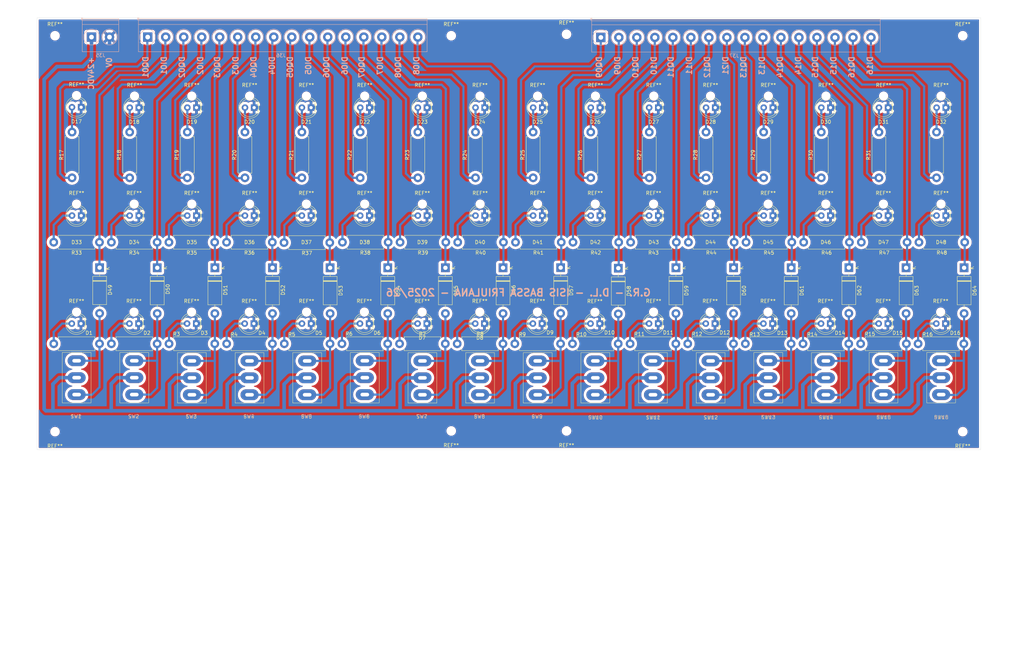
<source format=kicad_pcb>
(kicad_pcb (version 20241229) (generator "pcbnew") (generator_version "9.0")
  (layers (0 "F.Cu" signal) (2 "B.Cu" signal) (13 "F.Paste" user) (15 "B.Paste" user) (5 "F.SilkS" user "F.Silkscreen") (7 "B.SilkS" user "B.Silkscreen") (1 "F.Mask" user) (3 "B.Mask" user) (25 "Edge.Cuts" user))
  (net 0 "")
  (net 1 "Net-(D1-A)")
  (net 2 "/0V")
  (net 3 "Net-(D2-A)")
  (net 4 "Net-(D3-A)")
  (net 5 "Net-(D4-A)")
  (net 6 "Net-(D5-A)")
  (net 7 "Net-(D11-A)")
  (net 8 "Net-(D7-A)")
  (net 9 "Net-(D8-A)")
  (net 10 "Net-(D9-A)")
  (net 11 "Net-(D12-A)")
  (net 12 "Net-(D14-A)")
  (net 13 "Net-(D15-A)")
  (net 14 "Net-(D16-A)")
  (net 15 "Net-(D13-A)")
  (net 16 "Net-(D10-A)")
  (net 17 "Net-(D6-A)")
  (net 18 "Net-(D23-A)")
  (net 19 "Net-(D17-A)")
  (net 20 "Net-(D25-A)")
  (net 21 "Net-(D26-A)")
  (net 22 "Net-(D28-A)")
  (net 23 "Net-(D20-A)")
  (net 24 "Net-(D19-A)")
  (net 25 "Net-(D24-A)")
  (net 26 "Net-(D29-A)")
  (net 27 "Net-(D27-A)")
  (net 28 "Net-(D30-A)")
  (net 29 "Net-(D18-A)")
  (net 30 "Net-(D22-A)")
  (net 31 "Net-(D21-A)")
  (net 32 "Net-(D42-A)")
  (net 33 "Net-(D37-A)")
  (net 34 "Net-(D39-A)")
  (net 35 "Net-(D40-A)")
  (net 36 "Net-(D43-A)")
  (net 37 "Net-(D44-A)")
  (net 38 "Net-(D45-A)")
  (net 39 "Net-(D48-A)")
  (net 40 "Net-(D36-A)")
  (net 41 "Net-(D41-A)")
  (net 42 "/DI01")
  (net 43 "Net-(D47-A)")
  (net 44 "Net-(D38-A)")
  (net 45 "Net-(D46-A)")
  (net 46 "Net-(D32-A)")
  (net 47 "Net-(D33-A)")
  (net 48 "Net-(D35-A)")
  (net 49 "Net-(D31-A)")
  (net 50 "Net-(D34-A)")
  (net 51 "Net-(D51-A)")
  (net 52 "Net-(D49-A)")
  (net 53 "Net-(D50-A)")
  (net 54 "Net-(D52-A)")
  (net 55 "Net-(D53-A)")
  (net 56 "Net-(D54-A)")
  (net 57 "Net-(D56-A)")
  (net 58 "Net-(D55-A)")
  (net 59 "Net-(D57-A)")
  (net 60 "Net-(D58-A)")
  (net 61 "Net-(D59-A)")
  (net 62 "Net-(D60-A)")
  (net 63 "Net-(D61-A)")
  (net 64 "Net-(D62-A)")
  (net 65 "Net-(D63-A)")
  (net 66 "/+24VDC")
  (net 67 "Net-(D64-A)")
  (net 68 "/DQ01")
  (net 69 "/DI02")
  (net 70 "/DI03")
  (net 71 "/DI04")
  (net 72 "/DQ02")
  (net 73 "/DQ03")
  (net 74 "/DQ04")
  (net 75 "/DI05")
  (net 76 "/DI06")
  (net 77 "/DI07")
  (net 78 "/DI08")
  (net 79 "/DI09")
  (net 80 "/DI10")
  (net 81 "/DI11")
  (net 82 "/DI12")
  (net 83 "/DI13")
  (net 84 "/DI14")
  (net 85 "/DI15")
  (net 86 "/DI16")
  (net 87 "/DQ06")
  (net 88 "/DQ08")
  (net 89 "/DQ07")
  (net 90 "/DQ05")
  (net 91 "/DQ15")
  (net 92 "/DQ09")
  (net 93 "/DQ14")
  (net 94 "/DQ11")
  (net 95 "/DQ12")
  (net 96 "/DQ16")
  (net 97 "/DQ10")
  (net 98 "/DQ13")
  (footprint "Diode_THT:D_DO-15_P12.70mm_Horizontal" (layer "F.Cu") (at 256.15 100.9 -90)
    (property "Reference" "D63")
    (property "Value" "1N4001")
  )
  (footprint "LED_THT:LED_D5.0mm" (layer "F.Cu") (at 203.075 116.4 180)
    (property "Reference" "D12")
    (property "Value" "LED")
  )
  (footprint "MountingHole:MountingHole_2.1mm" (layer "F.Cu") (at 153.85 83.2)
    (property "Reference" "REF**")
    (property "Value" "MountingHole_2.1mm")
  )
  (footprint "Resistor_THT:R_Axial_DIN0411_L9.9mm_D3.6mm_P12.70mm_Horizontal" (layer "F.Cu") (at 147.525 122)
    (property "Reference" "R9")
    (property "Value" "R")
  )
  (footprint "Diode_THT:D_DO-15_P12.70mm_Horizontal" (layer "F.Cu") (at 144.25 100.9 -90)
    (property "Reference" "D56")
    (property "Value" "1N4001")
  )
  (footprint "Resistor_THT:R_Axial_DIN0411_L9.9mm_D3.6mm_P12.70mm_Horizontal" (layer "F.Cu") (at 96.15 93.9 180)
    (property "Reference" "R37")
    (property "Value" "R")
  )
  (footprint "Resistor_THT:R_Axial_DIN0411_L9.9mm_D3.6mm_P12.70mm_Horizontal" (layer "F.Cu") (at 99.525 122)
    (property "Reference" "R6")
    (property "Value" "R")
  )
  (footprint "Diode_THT:D_DO-15_P12.70mm_Horizontal" (layer "F.Cu") (at 240.25 100.85 -90)
    (property "Reference" "D62")
    (property "Value" "1N4001")
  )
  (footprint "MountingHole:MountingHole_2.2mm_M2" (layer "F.Cu") (at 129.875 146.225)
    (property "Reference" "REF**")
    (property "Value" "MountingHole_2.2mm_M2")
  )
  (footprint "MountingHole:MountingHole_2.1mm" (layer "F.Cu") (at 121.8 113.2)
    (property "Reference" "REF**")
    (property "Value" "MountingHole_2.1mm")
  )
  (footprint "Diode_THT:D_DO-15_P12.70mm_Horizontal" (layer "F.Cu") (at 112.25 100.9 -90)
    (property "Reference" "D54")
    (property "Value" "1N4001")
  )
  (footprint "MountingHole:MountingHole_2.1mm" (layer "F.Cu") (at 73.8 113.2)
    (property "Reference" "REF**")
    (property "Value" "MountingHole_2.1mm")
  )
  (footprint "Resistor_THT:R_Axial_DIN0411_L9.9mm_D3.6mm_P12.70mm_Horizontal" (layer "F.Cu") (at 35.525 122)
    (property "Reference" "R2" (hide yes))
    (property "Value" "R")
  )
  (footprint "MountingHole:MountingHole_2.1mm" (layer "F.Cu") (at 89.65 53.2)
    (property "Reference" "REF**")
    (property "Value" "MountingHole_2.1mm")
  )
  (footprint "Resistor_THT:R_Axial_DIN0411_L9.9mm_D3.6mm_P12.70mm_Horizontal" (layer "F.Cu") (at 224.415 93.8 180)
    (property "Reference" "R45")
    (property "Value" "R")
  )
  (footprint "Library RG:SW_DEVIATORE_A_LEVETTAX03_D8X14_P4,70mm" (layer "F.Cu") (at 89.875 131.475)
    (property "Reference" "SW5")
    (property "Value" "SW_SPDT_MSM")
  )
  (footprint "MountingHole:MountingHole_2.1mm" (layer "F.Cu") (at 233.9 53.2)
    (property "Reference" "REF**")
    (property "Value" "MountingHole_2.1mm")
  )
  (footprint "Resistor_THT:R_Axial_DIN0411_L9.9mm_D3.6mm_P12.70mm_Horizontal" (layer "F.Cu") (at 192.365 93.8 180)
    (property "Reference" "R43")
    (property "Value" "R")
  )
  (footprint "LED_THT:LED_D5.0mm" (layer "F.Cu") (at 139.075 116.4 180)
    (property "Reference" "D8")
    (property "Value" "LED")
  )
  (footprint "MountingHole:MountingHole_2.1mm" (layer "F.Cu") (at 201.85 53.2)
    (property "Reference" "REF**")
    (property "Value" "MountingHole_2.1mm")
  )
  (footprint "MountingHole:MountingHole_2.1mm" (layer "F.Cu") (at 201.85 83.2)
    (property "Reference" "REF**")
    (property "Value" "MountingHole_2.1mm")
  )
  (footprint "Library RG:SW_DEVIATORE_A_LEVETTAX03_D8X14_P4,70mm" (layer "F.Cu") (at 57.875 131.475)
    (property "Reference" "SW3")
    (property "Value" "SW_SPDT_MSM")
  )
  (footprint "Diode_THT:D_DO-15_P12.70mm_Horizontal" (layer "F.Cu") (at 80.25 100.9 -90)
    (property "Reference" "D52")
    (property "Value" "1N4001")
  )
  (footprint "MountingHole:MountingHole_2.1mm" (layer "F.Cu") (at 186.05 83.2)
    (property "Reference" "REF**")
    (property "Value" "MountingHole_2.1mm")
  )
  (footprint "Resistor_THT:R_Axial_DIN0411_L9.9mm_D3.6mm_P12.70mm_Horizontal" (layer "F.Cu") (at 216.6 75.9 90)
    (property "Reference" "R29")
    (property "Value" "R")
  )
  (footprint "MountingHole:MountingHole_2.1mm" (layer "F.Cu") (at 169.75 113.25)
    (property "Reference" "REF**")
    (property "Value" "MountingHole_2.1mm")
  )
  (footprint "LED_THT:LED_D5.0mm" (layer "F.Cu") (at 59.075 116.4 180)
    (property "Reference" "D3")
    (property "Value" "LED")
  )
  (footprint "LED_THT:LED_D5.0mm" (layer "F.Cu") (at 90.94 86.4 180)
    (property "Reference" "D37")
    (property "Value" "LED")
  )
  (footprint "MountingHole:MountingHole_2.1mm" (layer "F.Cu") (at 57.85 53.2)
    (property "Reference" "REF**")
    (property "Value" "MountingHole_2.1mm")
  )
  (footprint "MountingHole:MountingHole_2.1mm" (layer "F.Cu") (at 233.85 83.2)
    (property "Reference" "REF**")
    (property "Value" "MountingHole_2.1mm")
  )
  (footprint "MountingHole:MountingHole_2.2mm_M2" (layer "F.Cu") (at 161.875 36.025)
    (property "Reference" "REF**")
    (property "Value" "MountingHole_2.2mm_M2")
  )
  (footprint "LED_THT:LED_D5.0mm" (layer "F.Cu") (at 155.075 116.4 180)
    (property "Reference" "D9")
    (property "Value" "LED")
  )
  (footprint "Resistor_THT:R_Axial_DIN0411_L9.9mm_D3.6mm_P12.70mm_Horizontal" (layer "F.Cu") (at 112.365 93.8 180)
    (property "Reference" "R38")
    (property "Value" "R")
  )
  (footprint "LED_THT:LED_D5.0mm" (layer "F.Cu") (at 251.075 116.4 180)
    (property "Reference" "D15")
    (property "Value" "LED")
  )
  (footprint "LED_THT:LED_D5.0mm" (layer "F.Cu") (at 90.975 116.4 180)
    (property "Reference" "D5")
    (property "Value" "LED")
  )
  (footprint "MountingHole:MountingHole_2.1mm" (layer "F.Cu") (at 57.85 83.2)
    (property "Reference" "REF**")
    (property "Value" "MountingHole_2.1mm")
  )
  (footprint "Resistor_THT:R_Axial_DIN0411_L9.9mm_D3.6mm_P12.70mm_Horizontal" (layer "F.Cu") (at 163.525 122)
    (property "Reference" "R10")
    (property "Value" "R")
  )
  (footprint "Resistor_THT:R_Axial_DIN0411_L9.9mm_D3.6mm_P12.70mm_Horizontal" (layer "F.Cu") (at 179.525 122)
    (property "Reference" "R11")
    (property "Value" "R")
  )
  (footprint "LED_THT:LED_D5.0mm" (layer "F.Cu") (at 90.95 56.4 180)
    (property "Reference" "D21")
    (property "Value" "LED")
  )
  (footprint "Resistor_THT:R_Axial_DIN0411_L9.9mm_D3.6mm_P12.70mm_Horizontal" (layer "F.Cu") (at 259.475 122)
    (property "Reference" "R16")
    (property "Value" "R")
  )
  (footprint "LED_THT:LED_D5.0mm" (layer "F.Cu") (at 139.14 86.4 180)
    (property "Reference" "D40")
    (property "Value" "LED")
  )
  (footprint "Library RG:SW_DEVIATORE_A_LEVETTAX03_D8X14_P4,70mm" (layer "F.Cu") (at 41.875 131.425)
    (property "Reference" "SW2")
    (property "Value" "SW_SPDT_MSM")
  )
  (footprint "MountingHole:MountingHole_2.2mm_M2" (layer "F.Cu") (at 129.875 36.425)
    (property "Reference" "REF**")
    (property "Value" "MountingHole_2.2mm_M2")
  )
  (footprint "Library RG:SW_DEVIATORE_A_LEVETTAX03_D8X14_P4,70mm" (layer "F.Cu") (at 153.875 131.475)
    (property "Reference" "SW9")
    (property "Value" "SW_SPDT_MSM")
  )
  (footprint "Resistor_THT:R_Axial_DIN0411_L9.9mm_D3.6mm_P12.70mm_Horizontal" (layer "F.Cu") (at 56.6 75.9 90)
    (property "Reference" "R19")
    (property "Value" "R")
  )
  (footprint "LED_THT:LED_D5.0mm" (layer "F.Cu") (at 123.14 56.4 180)
    (property "Reference" "D23")
    (property "Value" "LED")
  )
  (footprint "LED_THT:LED_D5.0mm" (layer "F.Cu") (at 235.15 56.4 180)
    (property "Reference" "D30")
    (property "Value" "LED")
  )
  (footprint "MountingHole:MountingHole_2.1mm" (layer "F.Cu") (at 249.9 53.2)
    (property "Reference" "REF**")
    (property "Value" "MountingHole_2.1mm")
  )
  (footprint "Diode_THT:D_DO-15_P12.70mm_Horizontal" (layer "F.Cu") (at 272.25 100.9 -90)
    (property "Reference" "D64")
    (property "Value" "1N4001")
  )
  (footprint "LED_THT:LED_D5.0mm" (layer "F.Cu") (at 219.15 56.4 180)
    (property "Reference" "D29")
    (property "Value" "LED")
  )
  (footprint "LED_THT:LED_D5.0mm" (layer "F.Cu") (at 203.15 56.4 180)
    (property "Reference" "D28")
    (property "Value" "LED")
  )
  (footprint "Resistor_THT:R_Axial_DIN0411_L9.9mm_D3.6mm_P12.70mm_Horizontal" (layer "F.Cu") (at 152.6 75.9 90)
    (property "Reference" "R25")
    (property "Value" "R")
  )
  (footprint "Resistor_THT:R_Axial_DIN0411_L9.9mm_D3.6mm_P12.70mm_Horizontal" (layer "F.Cu") (at 48.225 93.8 180)
    (property "Reference" "R34")
    (property "Value" "R")
  )
  (footprint "MountingHole:MountingHole_2.1mm" (layer "F.Cu") (at 265.85 83.2)
    (property "Reference" "REF**")
    (property "Value" "MountingHole_2.1mm")
  )
  (footprint "MountingHole:MountingHole_2.1mm" (layer "F.Cu") (at 169.9 53.2)
    (property "Reference" "REF**")
    (property "Value" "MountingHole_2.1mm")
  )
  (footprint "MountingHole:MountingHole_2.1mm" (layer "F.Cu") (at 217.8 113.2)
    (property "Reference" "REF**")
    (property "Value" "MountingHole_2.1mm")
  )
  (footprint "LED_THT:LED_D5.0mm" (layer "F.Cu") (at 107.075 116.4 180)
    (property "Reference" "D6")
    (property "Value" "LED")
  )
  (footprint "LED_THT:LED_D5.0mm" (layer "F.Cu") (at 187.325 116.4 180)
    (property "Reference" "D11")
    (property "Value" "LED")
  )
  (footprint "LED_THT:LED_D5.0mm" (layer "F.Cu") (at 123.075 116.4 180)
    (property "Reference" "D7")
    (property "Value" "LED")
  )
  (footprint "Resistor_THT:R_Axial_DIN0411_L9.9mm_D3.6mm_P12.70mm_Horizontal" (layer "F.Cu") (at 195.525 122)
    (property "Reference" "R12")
    (property "Value" "R")
  )
  (footprint "LED_THT:LED_D5.0mm" (layer "F.Cu") (at 123.14 86.4 180)
    (property "Reference" "D39")
    (property "Value" "LED")
  )
  (footprint "Resistor_THT:R_Axial_DIN0411_L9.9mm_D3.6mm_P12.70mm_Horizontal" (layer "F.Cu") (at 19.525 122)
    (property "Reference" "R1" (hide yes))
    (property "Value" "R")
  )
  (footprint "Library RG:SW_DEVIATORE_A_LEVETTAX03_D8X14_P4,70mm" (layer "F.Cu") (at 137.875 131.475)
    (property "Reference" "SW8")
    (property "Value" "SW_SPDT_MSM")
  )
  (footprint "Resistor_THT:R_Axial_DIN0411_L9.9mm_D3.6mm_P12.70mm_Horizontal" (layer "F.Cu") (at 264.6 75.9 90)
    (property "Reference" "R32" (hide yes))
    (property "Value" "R")
  )
  (footprint "LED_THT:LED_D5.0mm" (layer "F.Cu") (at 75.14 86.4 180)
    (property "Reference" "D36")
    (property "Value" "LED")
  )
  (footprint "Diode_THT:D_DO-15_P12.70mm_Horizontal" (layer "F.Cu") (at 64.25 100.9 -90)
    (property "Reference" "D51")
    (property "Value" "1N4001")
  )
  (footprint "MountingHole:MountingHole_2.1mm" (layer "F.Cu") (at 249.8 113.2)
    (property "Reference" "REF**")
    (property "Value" "MountingHole_2.1mm")
  )
  (footprint "Diode_THT:D_DO-15_P12.70mm_Horizontal" (layer "F.Cu") (at 176.25 101 -90)
    (property "Reference" "D58")
    (property "Value" "1N4001")
  )
  (footprint "LED_THT:LED_D5.0mm" (layer "F.Cu") (at 235.075 116.4 180)
    (property "Reference" "D14")
    (property "Value" "LED")
  )
  (footprint "Library RG:SW_DEVIATORE_A_LEVETTAX03_D8X14_P4,70mm" (layer "F.Cu") (at 121.875 131.475)
    (property "Reference" "SW7")
    (property "Value" "SW_SPDT_MSM")
  )
  (footprint "LED_THT:LED_D5.0mm" (layer "F.Cu") (at 171.075 116.4 180)
    (property "Reference" "D10")
    (property "Value" "LED")
  )
  (footprint "Resistor_THT:R_Axial_DIN0411_L9.9mm_D3.6mm_P12.70mm_Horizontal" (layer "F.Cu") (at 131.525 122)
    (property "Reference" "R8")
    (property "Value" "R")
  )
  (footprint "LED_THT:LED_D5.0mm" (layer "F.Cu") (at 187.34 86.4 180)
    (property "Reference" "D43")
    (property "Value" "LED")
  )
  (footprint "Diode_THT:D_DO-15_P12.70mm_Horizontal" (layer "F.Cu") (at 48.25 100.9 -90)
    (property "Reference" "D50")
    (property "Value" "1N4001" (hide yes))
  )
  (footprint "Resistor_THT:R_Axial_DIN0411_L9.9mm_D3.6mm_P12.70mm_Horizontal" (layer "F.Cu") (at 256.415 93.8 180)
    (property "Reference" "R47")
    (property "Value" "R")
  )
  (footprint "LED_THT:LED_D5.0mm" (layer "F.Cu") (at 59.14 86.4 180)
    (property "Reference" "D35")
    (property "Value" "LED")
  )
  (footprint "MountingHole:MountingHole_2.1mm" (layer "F.Cu") (at 249.85 83.2)
    (property "Reference" "REF**")
    (property "Value" "MountingHole_2.1mm")
  )
  (footprint "Resistor_THT:R_Axial_DIN0411_L9.9mm_D3.6mm_P12.70mm_Horizontal" (layer "F.Cu") (at 88.4 75.9 90)
    (property "Reference" "R21")
    (property "Value" "R")
  )
  (footprint "LED_THT:LED_D5.0mm" (layer "F.Cu") (at 155.14 86.4 180)
    (property "Reference" "D41")
    (property "Value" "LED")
  )
  (footprint "MountingHole:MountingHole_2.1mm" (layer "F.Cu") (at 73.9 53.2)
    (property "Reference" "REF**")
    (property "Value" "MountingHole_2.1mm")
  )
  (footprint "Diode_THT:D_DO-15_P12.70mm_Horizontal" (layer "F.Cu") (at 128.25 100.9 -90)
    (property "Reference" "D55")
    (property "Value" "1N4001")
  )
  (footprint "LED_THT:LED_D5.0mm" (layer "F.Cu") (at 251.14 86.4 180)
    (property "Reference" "D47")
    (property "Value" "LED")
  )
  (footprint "Resistor_THT:R_Axial_DIN0411_L9.9mm_D3.6mm_P12.70mm_Horizontal" (layer "F.Cu") (at 80.2 93.8 180)
    (property "Reference" "R36")
    (property "Value" "R")
  )
  (footprint "MountingHole:MountingHole_2.1mm" (layer "F.Cu") (at 186.05 113.2)
    (property "Reference" "REF**")
    (property "Value" "MountingHole_2.1mm")
  )
  (footprint "LED_THT:LED_D5.0mm" (layer "F.Cu") (at 267.15 56.4 180)
    (property "Reference" "D32")
    (property "Value" "LED")
  )
  (footprint "MountingHole:MountingHole_2.2mm_M2" (layer "F.Cu") (at 271.875 36.425)
    (property "Reference" "REF**")
    (property "Value" "MountingHole_2.2mm_M2")
  )
  (footprint "Diode_THT:D_DO-15_P12.70mm_Horizontal" (layer "F.Cu") (at 192.25 100.9 -90)
    (property "Reference" "D59")
    (property "Value" "1N4001")
  )
  (footprint "Resistor_THT:R_Axial_DIN0411_L9.9mm_D3.6mm_P12.70mm_Horizontal" (layer "F.Cu") (at 40.6 75.9 90)
    (property "Reference" "R18")
    (property "Value" "R")
  )
  (footprint "Library RG:SW_DEVIATORE_A_LEVETTAX03_D8X14_P4,70mm" (layer "F.Cu") (at 265.875 131.425)
    (property "Reference" "SW16")
    (property "Value" "SW_SPDT_MSM")
  )
  (footprint "LED_THT:LED_D5.0mm" (layer "F.Cu") (at 219.14 86.4 180)
    (property "Reference" "D45")
    (property "Value" "LED")
  )
  (footprint "Resistor_THT:R_Axial_DIN0411_L9.9mm_D3.6mm_P12.70mm_Horizontal" (layer "F.Cu") (at 67.525 122)
    (property "Reference" "R4")
    (property "Value" "R")
  )
  (footprint "LED_THT:LED_D5.0mm" (layer "F.Cu") (at 43.14 86.4 180)
    (property "Reference" "D34")
    (property "Value" "LED")
  )
  (footprint "MountingHole:MountingHole_2.1mm" (layer "F.Cu") (at 41.95 53.2)
    (property "Reference" "REF**")
    (property "Value" "MountingHole_2.1mm")
  )
  (footprint "LED_THT:LED_D5.0mm" (layer "F.Cu") (at 107.15 56.4 180)
    (property "Reference" "D22")
    (property "Value" "LED")
  )
  (footprint "MountingHole:MountingHole_2.1mm" (layer "F.Cu") (at 186.1 53.2)
    (property "Reference" "REF**")
    (property "Value" "MountingHole_2.1mm")
  )
  (footprint "MountingHole:MountingHole_2.1mm" (layer "F.Cu") (at 89.65 83.2)
    (property "Reference" "REF**")
    (property "Value" "MountingHole_2.1mm")
  )
  (footprint "LED_THT:LED_D5.0mm" (layer "F.Cu") (at 155.15 56.4 180)
    (property "Reference" "D25")
    (property "Value" "LED")
  )
  (footprint "LED_THT:LED_D5.0mm" (layer "F.Cu") (at 235.14 86.4 180)
    (property "Reference" "D46")
    (property "Value" "LED")
  )
  (footprint "MountingHole:MountingHole_2.1mm" (layer "F.Cu") (at 169.85 83.2)
    (property "Reference" "REF**")
    (property "Value" "MountingHole_2.1mm")
  )
  (footprint "Library RG:SW_DEVIATORE_A_LEVETTAX03_D8X14_P4,70mm" (layer "F.Cu") (at 169.875 131.475)
    (property "Reference" "SW10")
    (property "Value" "SW_SPDT_MSM")
  )
  (footprint "MountingHole:MountingHole_2.1mm" (layer "F.Cu") (at 233.75 113.2)
    (property "Reference" "REF**")
    (property "Value" "MountingHole_2.1mm")
  )
  (footprint "LED_THT:LED_D5.0mm" (layer "F.Cu") (at 43.075 116.4 180)
    (property "Reference" "D2")
    (property "Value" "LED" (hide yes))
  )
  (footprint "LED_THT:LED_D5.0mm" (layer "F.Cu") (at 187.35 56.4 180)
    (property "Reference" "D27")
    (property "Value" "LED")
  )
  (footprint "Diode_THT:D_DO-15_P12.70mm_Horizontal" (layer "F.Cu") (at 224.25 100.9 -90)
    (property "Reference" "D61")
    (property "Value" "1N4001")
  )
  (footprint "MountingHole:MountingHole_2.1mm" (layer "F.Cu") (at 121.85 53.2)
    (property "Reference" "REF**")
    (property "Value" "MountingHole_2.1mm")
  )
  (footprint "MountingHole:MountingHole_2.1mm" (layer "F.Cu") (at 217.85 83.2)
    (property "Reference" "REF**")
    (property "Value" "MountingHole_2.1mm")
  )
  (footprint "LED_THT:LED_D5.0mm" (layer "F.Cu") (at 251.15 56.4 180)
    (property "Reference" "D31")
    (property "Value" "LED")
  )
  (footprint "LED_THT:LED_D5.0mm" (layer "F.Cu") (at 27.125 56.3 180)
    (property "Reference" "D17")
    (property "Value" "LED")
  )
  (footprint "Resistor_THT:R_Axial_DIN0411_L9.9mm_D3.6mm_P12.70mm_Horizontal" (layer "F.Cu") (at 240.415 93.8 180)
    (property "Reference" "R46")
    (property "Value" "R")
  )
  (footprint "MountingHole:MountingHole_2.2mm_M2" (layer "F.Cu") (at 271.875 146.425)
    (property "Reference" "REF**")
    (property "Value" "MountingHole_2.2mm_M2")
  )
  (footprint "MountingHole:MountingHole_2.1mm" (layer "F.Cu") (at 41.8 113.2)
    (property "Reference" "REF**")
    (property "Value" "MountingHole_2.1mm")
  )
  (footprint "MountingHole:MountingHole_2.1mm" (layer "F.Cu") (at 73.9 83.2)
    (property "Reference" "REF**")
    (property "Value" "MountingHole_2.1mm")
  )
  (footprint "LED_THT:LED_D5.0mm" (layer "F.Cu") (at 219.075 116.4 180)
    (property "Reference" "D13")
    (property "Value" "LED")
  )
  (footprint "Library RG:SW_DEVIATORE_A_LEVETTAX03_D8X14_P4,70mm" (layer "F.Cu") (at 73.875 131.475)
    (property "Reference" "SW4")
    (property "Value" "SW_SPDT_MSM")
  )
  (footprint "LED_THT:LED_D5.0mm" (layer "F.Cu") (at 267.14 86.4 180)
    (property "Reference" "D48")
    (property "Value" "LED")
  )
  (footprint "Library RG:SW_DEVIATORE_A_LEVETTAX03_D8X14_P4,70mm" (layer "F.Cu") (at 185.875 131.475)
    (property "Reference" "SW11")
    (property "Value" "SW_SPDT_MSM")
  )
  (footprint "MountingHole:MountingHole_2.1mm" (layer "F.Cu") (at 105.85 53.2)
    (property "Reference" "REF**")
    (property "Value" "MountingHole_2.1mm")
  )
  (footprint "MountingHole:MountingHole_2.1mm" (layer "F.Cu") (at 265.85 53.2)
    (property "Reference" "REF**")
    (property "Value" "MountingHole_2.1mm")
  )
  (footprint "Library RG:SW_DEVIATORE_A_LEVETTAX03_D8X14_P4,70mm" (layer "F.Cu") (at 233.875 131.475)
    (property "Reference" "SW14")
    (property "Value" "SW_SPDT_MSM")
  )
  (footprint "LED_THT:LED_D5.0mm" (layer "F.Cu") (at 59.15 56.4 180)
    (property "Reference" "D19")
    (property "Value" "LED")
  )
  (footprint "Diode_THT:D_DO-15_P12.70mm_Horizontal" (layer "F.Cu") (at 96.25 100.9 -90)
    (property "Reference" "D53")
    (property "Value" "1N4001")
  )
  (footprint "LED_THT:LED_D5.0mm" (layer "F.Cu") (at 267.075 116.4 180)
    (property "Reference" "D16")
    (property "Value" "LED")
  )
  (footprint "MountingHole:MountingHole_2.2mm_M2" (layer "F.Cu") (at 161.875 146.225)
    (property "Reference" "REF**")
    (property "Value" "MountingHole_2.2mm_M2")
  )
  (footprint "Resistor_THT:R_Axial_DIN0411_L9.9mm_D3.6mm_P12.70mm_Horizontal" (layer "F.Cu") (at 144.365 93.8 180)
    (property "Reference" "R40")
    (property "Value" "R")
  )
  (footprint "MountingHole:MountingHole_2.2mm_M2" (layer "F.Cu") (at 19.875 146.425)
    (property "Reference" "REF**")
    (property "Value" "MountingHole_2.2mm_M2")
  )
  (footprint "LED_THT:LED_D5.0mm" (layer "F.Cu") (at 27.075 116.4 180)
    (property "Reference" "D1")
    (property "Value" "LED")
  )
  (footprint "MountingHole:MountingHole_2.1mm" (layer "F.Cu") (at 121.85 83.2)
    (property "Reference" "REF**")
    (property "Value" "MountingHole_2.1mm")
  )
  (footprint "Resistor_THT:R_Axial_DIN0411_L9.9mm_D3.6mm_P12.70mm_Horizontal" (layer "F.Cu") (at 115.525 122)
    (property "Reference" "R7")
    (property "Value" "R")
  )
  (footprint "MountingHole:MountingHole_2.1mm" (layer "F.Cu") (at 105.85 83.2)
    (property "Reference" "REF**")
    (property "Value" "MountingHole_2.1mm")
  )
  (footprint "MountingHole:MountingHole_2.1mm" (layer "F.Cu") (at 201.75 113.2)
    (property "Reference" "REF**")
    (property "Value" "MountingHole_2.1mm")
  )
  (footprint "Resistor_THT:R_Axial_DIN0411_L9.9mm_D3.6mm_P12.70mm_Horizontal" (layer "F.Cu") (at 128.365 93.8 180)
    (property "Reference" "R39")
    (property "Value" "R")
  )
  (footprint "Resistor_THT:R_Axial_DIN0411_L9.9mm_D3.6mm_P12.70mm_Horizontal" (layer "F.Cu") (at 72.6 75.9 90)
    (property "Reference" "R20")
    (property "Value" "R")
  )
  (footprint "MountingHole:MountingHole_2.1mm" (layer "F.Cu") (at 217.9 53.2)
    (property "Reference" "REF**")
    (property "Value" "MountingHole_2.1mm")
  )
  (footprint "Resistor_THT:R_Axial_DIN0411_L9.9mm_D3.6mm_P12.70mm_Horizontal" (layer "F.Cu") (at 208.415 93.8 180)
    (property "Reference" "R44")
    (property "Value" "R")
  )
  (footprint "MountingHole:MountingHole_2.1mm" (layer "F.Cu") (at 137.85 53.2)
    (property "Reference" "REF**")
    (property "Value" "MountingHole_2.1mm")
  )
  (footprint "Resistor_THT:R_Axial_DIN0411_L9.9mm_D3.6mm_P12.70mm_Horizontal" (layer "F.Cu") (at 243.525 122)
    (property "Reference" "R15")
    (property "Value" "R")
  )
  (footprint "Resistor_THT:R_Axial_DIN0411_L9.9mm_D3.6mm_P12.70mm_Horizontal" (layer "F.Cu") (at 184.85 75.9 90)
    (property "Reference" "R27")
    (property "Value" "R")
  )
  (footprint "Library RG:SW_DEVIATORE_A_LEVETTAX03_D8X14_P4,70mm" (layer "F.Cu") (at 105.875 131.425)
    (property "Reference" "SW6")
    (property "Value" "SW_SPDT_MSM")
  )
  (footprint "LED_THT:LED_D5.0mm" (layer "F.Cu") (at 43.15 56.4 180)
    (property "Reference" "D18")
    (property "Value" "LED")
  )
  (footprint "Resistor_THT:R_Axial_DIN0411_L9.9mm_D3.6mm_P12.70mm_Horizontal" (layer "F.Cu") (at 272.415 93.8 180)
    (property "Reference" "R48")
    (property "Value" "R")
  )
  (footprint "Resistor_THT:R_Axial_DIN0411_L9.9mm_D3.6mm_P12.70mm_Horizontal" (layer "F.Cu") (at 51.525 122)
    (property "Reference" "R3")
    (property "Value" "R")
  )
  (footprint "Resistor_THT:R_Axial_DIN0411_L9.9mm_D3.6mm_P12.70mm_Horizontal" (layer "F.Cu") (at 24.6 75.9 90)
    (property "Reference" "R17")
    (property "Value" "R")
  )
  (footprint "Diode_THT:D_DO-15_P12.70mm_Horizontal" (layer "F.Cu") (at 160.25 100.85 -90)
    (property "Reference" "D57")
    (property "Value" "1N4001")
  )
  (footprint "Resistor_THT:R_Axial_DIN0411_L9.9mm_D3.6mm_P12.70mm_Horizontal" (layer "F.Cu") (at 64.2 93.8 180)
    (property "Reference" "R35")
    (property "Value" "R")
  )
  (footprint "MountingHole:MountingHole_2.1mm" (layer "F.Cu") (at 25.85 53.05)
    (property "Reference" "REF**")
    (property "Value" "MountingHole_2.1mm")
  )
  (footprint "MountingHole:MountingHole_2.1mm" (layer "F.Cu") (at 25.85 83.2)
    (property "Reference" "REF**")
    (property "Value" "MountingHole_2.1mm")
  )
  (footprint "Library RG:SW_DEVIATORE_A_LEVETTAX03_D8X14_P4,70mm" (layer "F.Cu") (at 217.875 131.425)
    (property "Reference" "SW13")
    (property "Value" "SW_SPDT_MSM")
  )
  (footprint "LED_THT:LED_D5.0mm" (layer "F.Cu") (at 107.14 86.4 180)
    (property "Reference" "D38")
    (property "Value" "LED")
  )
  (footprint "MountingHole:MountingHole_2.2mm_M2" (layer "F.Cu") (at 19.875 36.425)
    (property "Reference" "REF**")
    (property "Value" "MountingHole_2.2mm_M2")
  )
  (footprint "LED_THT:LED_D5.0mm" (layer "F.Cu") (at 171.15 56.4 180)
    (property "Reference" "D26")
    (property "Value" "LED")
  )
  (footprint "Resistor_THT:R_Axial_DIN0411_L9.9mm_D3.6mm_P12.70mm_Horizontal" (layer "F.Cu") (at 160.415 93.8 180)
    (property "Reference" "R41")
    (property "Value" "R")
  )
  (footprint "MountingHole:MountingHole_2.1mm" (layer "F.Cu") (at 153.85 53.2)
    (property "Reference" "REF**")
    (property "Value" "MountingHole_2.1mm")
  )
  (footprint "MountingHole:MountingHole_2.1mm" (layer "F.Cu") (at 265.75 113.2)
    (property "Reference" "REF**")
    (property "Value" "MountingHole_2.1mm")
  )
  (footprint "Resistor_THT:R_Axial_DIN0411_L9.9mm_D3.6mm_P12.70mm_Horizontal" (layer "F.Cu") (at 248.6 75.9 90)
    (property "Reference" "R31")
    (property "Value" "R")
  )
  (footprint "Resistor_THT:R_Axial_DIN0411_L9.9mm_D3.6mm_P12.70mm_Horizontal" (layer "F.Cu") (at 211.525 122)
    (property "Reference" "R13")
    (property "Value" "R")
  )
  (footprint "Diode_THT:D_DO-15_P12.70mm_Horizontal" (layer "F.Cu") (at 32.25 100.85 -90)
    (property "Reference" "D49")
    (property "Value" "1N4001")
  )
  (footprint "MountingHole:MountingHole_2.1mm" (layer "F.Cu") (at 41.85 83.2)
    (property "Reference" "REF**")
    (property "Value" "MountingHole_2.1mm")
  )
  (footprint "Diode_THT:D_DO-15_P12.70mm_Horizontal" (layer "F.Cu") (at 208.25 100.9 -90)
    (property "Reference" "D60")
    (property "Value" "1N4001")
  )
  (footprint "Resistor_THT:R_Axial_DIN0411_L9.9mm_D3.6mm_P12.70mm_Horizontal" (layer "F.Cu") (at 200.6 75.9 90)
    (property "Reference" "R28")
    (property "Value" "R")
  )
  (footprint "MountingHole:MountingHole_2.1mm" (layer "F.Cu") (at 57.8 113.2)
    (property "Reference" "REF**")
    (property "Value" "MountingHole_2.1mm")
  )
  (footprint "LED_THT:LED_D5.0mm" (layer "F.Cu") (at 27.14 86.4 180)
    (property "Reference" "D33")
    (property "Value" "LED")
  )
  (footprint "MountingHole:MountingHole_2.1mm" (layer "F.Cu") (at 25.85 113.2)
    (property "Reference" "REF**")
    (property "Value" "MountingHole_2.1mm")
  )
  (footprint "Resistor_THT:R_Axial_DIN0411_L9.9mm_D3.6mm_P12.70mm_Horizontal" (layer "F.Cu") (at 168.6 75.9 90)
    (property "Reference" "R26")
    (property "Value" "R")
  )
  (footprint "Library RG:SW_DEVIATORE_A_LEVETTAX03_D8X14_P4,70mm" (layer "F.Cu") (at 249.875 131.425)
    (property "Reference" "SW15")
    (property "Value" "SW_SPDT_MSM")
  )
  (footprint "LED_THT:LED_D5.0mm" (layer "F.Cu") (at 171.14 86.4 180)
    (property "Reference" "D42")
    (property "Value" "LED")
  )
  (footprint "LED_THT:LED_D5.0mm" (layer "F.Cu") (at 75.075 116.4 180)
    (property "Reference" "D4")
    (property "Value" "LED")
  )
  (footprint "MountingHole:MountingHole_2.1mm" (layer "F.Cu") (at 137.9 83.2)
    (property "Reference" "REF**")
    (property "Value" "MountingHole_2.1mm")
  )
  (footprint "LED_THT:LED_D5.0mm" (layer "F.Cu") (at 139.15 56.4 180)
    (property "Reference" "D24")
    (property "Value" "LED")
  )
  (footprint "MountingHole:MountingHole_2.1mm" (layer "F.Cu") (at 105.75 113.2)
    (property "Reference" "REF**")
    (property "Value" "MountingHole_2.1mm")
  )
  (footprint "Library RG:SW_DEVIATORE_A_LEVETTAX03_D8X14_P4,70mm" (layer "F.Cu") (at 201.875 131.475)
    (property "Reference" "SW12")
    (property "Value" "SW_SPDT_MSM")
  )
  (footprint "Resistor_THT:R_Axial_DIN0411_L9.9mm_D3.6mm_P12.70mm_Horizontal" (layer "F.Cu") (at 136.6 75.9 90)
    (property "Reference" "R24")
    (property "Value" "R")
  )
  (footprint "Resistor_THT:R_Axial_DIN0411_L9.9mm_D3.6mm_P12.70mm_Horizontal" (layer "F.Cu") (at 120.6 75.9 90)
    (property "Reference" "R23")
    (property "Value" "R")
  )
  (footprint "Library RG:SW_DEVIATORE_A_LEVETTAX03_D8X14_P4,70mm" (layer "F.Cu") (at 25.875 131.425)
    (property "Reference" "SW1")
    (property "Value" "SW_SPDT_MSM")
  )
  (footprint "Resistor_THT:R_Axial_DIN0411_L9.9mm_D3.6mm_P12.70mm_Horizontal" (layer "F.Cu") (at 232.6 75.9 90)
    (property "Reference" "R30")
    (property "Value" "R")
  )
  (footprint "MountingHole:MountingHole_2.1mm" (layer "F.Cu") (at 89.7 113.2)
    (property "Reference" "REF**")
    (property "Value" "MountingHole_2.1mm")
  )
  (footprint "Resistor_THT:R_Axial_DIN0411_L9.9mm_D3.6mm_P12.70mm_Horizontal" (layer "F.Cu") (at 227.525 122)
    (property "Reference" "R14")
    (property "Value" "R")
  )
  (footprint "MountingHole:MountingHole_2.1mm" (layer "F.Cu") (at 153.8 113.2)
    (property "Reference" "REF**")
    (property "Value" "MountingHole_2.1mm")
  )
  (footprint "Resistor_THT:R_Axial_DIN0411_L9.9mm_D3.6mm_P12.70mm_Horizontal" (layer "F.Cu") (at 104.6 75.9 90)
    (property "Reference" "R22")
    (property "Value" "R")
  )
  (footprint "MountingHole:MountingHole_2.1mm" (layer "F.Cu") (at 137.8 113.2)
    (property "Reference" "REF**")
    (property "Value" "MountingHole_2.1mm")
  )
  (footprint "LED_THT:LED_D5.0mm" (layer "F.Cu") (at 75.15 56.4 180)
    (property "Reference" "D20")
    (property "Value" "LED")
  )
  (footprint "Resistor_THT:R_Axial_DIN0411_L9.9mm_D3.6mm_P12.70mm_Horizontal" (layer "F.Cu") (at 176.365 93.8 180)
    (property "Reference" "R42")
    (property "Value" "R")
  )
  (footprint "Resistor_THT:R_Axial_DIN0411_L9.9mm_D3.6mm_P12.70mm_Horizontal" (layer "F.Cu") (at 32.215 93.8 180)
    (property "Reference" "R33")
    (property "Value" "R")
  )
  (footprint "Resistor_THT:R_Axial_DIN0411_L9.9mm_D3.6mm_P12.70mm_Horizontal" (layer "F.Cu") (at 83.525 122)
    (property "Reference" "R5")
    (property "Value" "R")
  )
  (footprint "LED_THT:LED_D5.0mm" (layer "F.Cu") (at 203.14 86.4 180)
    (property "Reference" "D44")
    (property "Value" "LED")
  )
  (footprint "TerminalBlock_Phoenix:TerminalBlock_Phoenix_PT-1,5-16-5.0-H_1x16_P5.00mm_Horizontal" (layer "B.Cu") (at 45.6 36.8)
    (property "Reference" "J36")
    (property "Value" "Screw_Terminal_01x16")
  )
  (footprint "TerminalBlock_Phoenix:TerminalBlock_Phoenix_PT-1,5-16-5.0-H_1x16_P5.00mm_Horizontal" (layer "B.Cu") (at 171.4 36.9)
    (property "Reference" "J37")
    (property "Value" "Screw_Terminal_01x16")
  )
  (footprint "TerminalBlock_Phoenix:TerminalBlock_Phoenix_PT-1,5-2-5.0-H_1x02_P5.00mm_Horizontal" (layer "B.Cu") (at 30 36.8)
    (property "Reference" "J35")
    (property "Value" "Screw_Terminal_01x02")
  )
  (gr_rect (start 14.875 31.425) (end 276.875 151.425) (stroke (width 0.05)) (fill no) (layer "Edge.Cuts"))
  (gr_text "DQ10" (at 181.9 42 90) (layer "B.SilkS") (effects (font (size 1.5 1.5) (thickness 0.3) (bold yes)) (justify left bottom mirror)))
  (gr_text "DI15" (at 236.9 42 90) (layer "B.SilkS") (effects (font (size 1.5 1.5) (thickness 0.3) (bold yes)) (justify left bottom mirror)))
  (gr_text "SW14" (at 233.9 142.4 0) (layer "B.SilkS") (effects (font (size 1 1) (thickness 0.1)) (justify mirror)))
  (gr_text "DI21" (at 206.9 42 90) (layer "B.SilkS") (effects (font (size 1.5 1.5) (thickness 0.3) (bold yes)) (justify left bottom mirror)))
  (gr_text "DQ09" (at 171.8 42 90) (layer "B.SilkS") (effects (font (size 1.5 1.5) (thickness 0.3) (bold yes)) (justify left bottom mirror)))
  (gr_text "DQ02" (at 56 42 90) (layer "B.SilkS") (effects (font (size 1.5 1.5) (thickness 0.3) (bold yes)) (justify left bottom mirror)))
  (gr_text "SW10" (at 169.9 142.5 0) (layer "B.SilkS") (effects (font (size 1 1) (thickness 0.1)) (justify mirror)))
  (gr_text "SW1" (at 25.7 142.2 0) (layer "B.SilkS") (effects (font (size 1 1) (thickness 0.1)) (justify mirror)))
  (gr_text "SW4" (at 73.7 142.2 0) (layer "B.SilkS") (effects (font (size 1 1) (thickness 0.1)) (justify mirror)))
  (gr_text "SW6" (at 105.7 142.2 0) (layer "B.SilkS") (effects (font (size 1 1) (thickness 0.1)) (justify mirror)))
  (gr_text "SW9" (at 153.7 142.3 0) (layer "B.SilkS") (effects (font (size 1 1) (thickness 0.1)) (justify mirror)))
  (gr_text "DQ13" (at 211.9 42 90) (layer "B.SilkS") (effects (font (size 1.5 1.5) (thickness 0.3) (bold yes)) (justify left bottom mirror)))
  (gr_text "DQ14" (at 222 42 90) (layer "B.SilkS") (effects (font (size 1.5 1.5) (thickness 0.3) (bold yes)) (justify left bottom mirror)))
  (gr_text "SW16" (at 265.9 142.4 0) (layer "B.SilkS") (effects (font (size 1 1) (thickness 0.1)) (justify mirror)))
  (gr_text "SW2" (at 41.7 142.2 0) (layer "B.SilkS") (effects (font (size 1 1) (thickness 0.1)) (justify mirror)))
  (gr_text "DI14" (at 227.1 42 90) (layer "B.SilkS") (effects (font (size 1.5 1.5) (thickness 0.3) (bold yes)) (justify left bottom mirror)))
  (gr_text "DQ12" (at 201.8 42 90) (layer "B.SilkS") (effects (font (size 1.5 1.5) (thickness 0.3) (bold yes)) (justify left bottom mirror)))
  (gr_text "DI10" (at 187 42 90) (layer "B.SilkS") (effects (font (size 1.5 1.5) (thickness 0.3) (bold yes)) (justify left bottom mirror)))
  (gr_text "DQ16" (at 241.9 42 90) (layer "B.SilkS") (effects (font (size 1.5 1.5) (thickness 0.3) (bold yes)) (justify left bottom mirror)))
  (gr_text "0V" (at 34.9 42.3 90) (layer "B.SilkS") (effects (font (size 1.5 1.5) (thickness 0.3) (bold yes)) (justify left mirror)))
  (gr_text "DI13" (at 217 42 90) (layer "B.SilkS") (effects (font (size 1.5 1.5) (thickness 0.3) (bold yes)) (justify left bottom mirror)))
  (gr_text "DI03" (at 70.9 42 90) (layer "B.SilkS") (effects (font (size 1.5 1.5) (thickness 0.3) (bold yes)) (justify left bottom mirror)))
  (gr_text "SW12" (at 201.9 142.5 0) (layer "B.SilkS") (effects (font (size 1 1) (thickness 0.1)) (justify mirror)))
  (gr_text "DI06" (at 101.2 42 90) (layer "B.SilkS") (effects (font (size 1.5 1.5) (thickness 0.3) (bold yes)) (justify left bottom mirror)))
  (gr_text "DI05" (at 91.1 42 90) (layer "B.SilkS") (effects (font (size 1.5 1.5) (thickness 0.3) (bold yes)) (justify left bottom mirror)))
  (gr_text "DQ04" (at 75.9 42 90) (layer "B.SilkS") (effects (font (size 1.5 1.5) (thickness 0.3) (bold yes)) (justify left bottom mirror)))
  (gr_text "DQ05" (at 86 42 90) (layer "B.SilkS") (effects (font (size 1.5 1.5) (thickness 0.3) (bold yes)) (justify left bottom mirror)))
  (gr_text "DI04" (at 81 42 90) (layer "B.SilkS") (effects (font (size 1.5 1.5) (thickness 0.3) (bold yes)) (justify left bottom mirror)))
  (gr_text "DI01" (at 51 42 90) (layer "B.SilkS") (effects (font (size 1.5 1.5) (thickness 0.3) (bold yes)) (justify left bottom mirror)))
  (gr_text "DI07" (at 111 42 90) (layer "B.SilkS") (effects (font (size 1.5 1.5) (thickness 0.3) (bold yes)) (justify left bottom mirror)))
  (gr_text "DQ08" (at 116 42 90) (layer "B.SilkS") (effects (font (size 1.5 1.5) (thickness 0.3) (bold yes)) (justify left bottom mirror)))
  (gr_text "DQ03" (at 65.8 42 90) (layer "B.SilkS") (effects (font (size 1.5 1.5) (thickness 0.3) (bold yes)) (justify left bottom mirror)))
  (gr_text "DQ07" (at 105.9 42 90) (layer "B.SilkS") (effects (font (size 1.5 1.5) (thickness 0.3) (bold yes)) (justify left bottom mirror)))
  (gr_text "+24VDC" (at 29.9 42.2 90) (layer "B.SilkS") (effects (font (size 1.5 1.5) (thickness 0.3) (bold yes)) (justify left mirror)))
  (gr_text "SW5" (at 89.7 142.2 0) (layer "B.SilkS") (effects (font (size 1 1) (thickness 0.1)) (justify mirror)))
  (gr_text "DI02" (at 61.1 42 90) (layer "B.SilkS") (effects (font (size 1.5 1.5) (thickness 0.3) (bold yes)) (justify left bottom mirror)))
  (gr_text "DI08" (at 121.1 42 90) (layer "B.SilkS") (effects (font (size 1.5 1.5) (thickness 0.3) (bold yes)) (justify left bottom mirror)))
  (gr_text "DQ15" (at 231.8 42 90) (layer "B.SilkS") (effects (font (size 1.5 1.5) (thickness 0.3) (bold yes)) (justify left bottom mirror)))
  (gr_text "SW7" (at 121.7 142.2 0) (layer "B.SilkS") (effects (font (size 1 1) (thickness 0.1)) (justify mirror)))
  (gr_text "G.R. - D.L. - ISIS BASSA FRIULANA - 2025/26" (at 148.5 107.8 0) (layer "B.SilkS") (effects (font (size 2 2) (thickness 0.4) (bold yes)) (justify mirror)))
  (gr_text "SW3" (at 57.7 142.2 0) (layer "B.SilkS") (effects (font (size 1 1) (thickness 0.1)) (justify mirror)))
  (gr_text "DQ01" (at 45.9 42 90) (layer "B.SilkS") (effects (font (size 1.5 1.5) (thickness 0.3) (bold yes)) (justify left bottom mirror)))
  (gr_text "DI09" (at 176.9 42 90) (layer "B.SilkS") (effects (font (size 1.5 1.5) (thickness 0.3) (bold yes)) (justify left bottom mirror)))
  (gr_text "DI16" (at 247 42 90) (layer "B.SilkS") (effects (font (size 1.5 1.5) (thickness 0.3) (bold yes)) (justify left bottom mirror)))
  (gr_text "SW13" (at 217.9 142.4 0) (layer "B.SilkS") (effects (font (size 1 1) (thickness 0.1)) (justify mirror)))
  (gr_text "DQ06" (at 96.1 42 90) (layer "B.SilkS") (effects (font (size 1.5 1.5) (thickness 0.3) (bold yes)) (justify left bottom mirror)))
  (gr_text "SW11" (at 185.9 142.5 0) (layer "B.SilkS") (effects (font (size 1 1) (thickness 0.1)) (justify mirror)))
  (gr_text "DQ11" (at 191.7 42 90) (layer "B.SilkS") (effects (font (size 1.5 1.5) (thickness 0.3) (bold yes)) (justify left bottom mirror)))
  (gr_text "SW15" (at 249.9 142.4 0) (layer "B.SilkS") (effects (font (size 1 1) (thickness 0.1)) (justify mirror)))
  (gr_text "SW8" (at 137.7 142.2 0) (layer "B.SilkS") (effects (font (size 1 1) (thickness 0.1)) (justify mirror)))
  (gr_text "DI11" (at 196.8 42 90) (layer "B.SilkS") (effects (font (size 1.5 1.5) (thickness 0.3) (bold yes)) (justify left bottom mirror)))
  (segment (start 21.85 116.4) (end 19.5 118.75) (width 0.6) (layer "B.Cu") (net 1))
  (segment (start 24.535 116.4) (end 21.85 116.4) (width 0.6) (layer "B.Cu") (net 1))
  (segment (start 19.5 118.75) (end 19.525 118.775) (width 0.6) (layer "B.Cu") (net 1))
  (segment (start 19.525 118.775) (end 19.525 122) (width 0.6) (layer "B.Cu") (net 1))
  (segment (start 107.15 56.4) (end 108.6 56.4) (width 1) (layer "B.Cu") (net 2))
  (segment (start 140.7 56.4) (end 141.6 57.3) (width 1) (layer "B.Cu") (net 2))
  (segment (start 269.5 86.4) (end 269.5 108) (width 1) (layer "B.Cu") (net 2))
  (segment (start 268.1 116.4) (end 267.075 116.4) (width 1) (layer "B.Cu") (net 2))
  (segment (start 45.6 57.5) (end 45.6 85.8) (width 1) (layer "B.Cu") (net 2))
  (segment (start 141.6 115.4) (end 140.6 116.4) (width 1) (layer "B.Cu") (net 2))
  (segment (start 29.6 86.5) (end 29.5 86.4) (width 1) (layer "B.Cu") (net 2))
  (segment (start 219.14 86.4) (end 221.6 86.4) (width 1) (layer "B.Cu") (net 2))
  (segment (start 44.3 116.3) (end 44.2 116.4) (width 1) (layer "B.Cu") (net 2))
  (segment (start 267.15 56.4) (end 268.6 56.4) (width 1) (layer "B.Cu") (net 2))
  (segment (start 204.2 116.4) (end 203.075 116.4) (width 1) (layer "B.Cu") (net 2))
  (segment (start 237.6 115.2) (end 236.4 116.4) (width 1) (layer "B.Cu") (net 2))
  (segment (start 236.7 56.4) (end 237.6 57.3) (width 1) (layer "B.Cu") (net 2))
  (segment (start 29.6 86.3) (end 29.6 79.1) (width 1) (layer "B.Cu") (net 2))
  (segment (start 61.6 115.1) (end 60.3 116.4) (width 1) (layer "B.Cu") (net 2))
  (segment (start 173.8 57.3) (end 173.8 86.45) (width 1) (layer "B.Cu") (net 2))
  (segment (start 93.4 86.4) (end 93.4 115.2) (width 1) (layer "B.Cu") (net 2))
  (segment (start 77.4 86.4) (end 77.6 86.2) (width 1) (layer "B.Cu") (net 2))
  (segment (start 157.6 86.4) (end 157.6 115.9) (width 1) (layer "B.Cu") (net 2))
  (segment (start 251.175 116.5) (end 251.075 116.4) (width 1) (layer "B.Cu") (net 2))
  (segment (start 28.4 56.3) (end 29.6 57.5) (width 1) (layer "B.Cu") (net 2))
  (segment (start 251.15 56.4) (end 252.7 56.4) (width 1) (layer "B.Cu") (net 2))
  (segment (start 35 42.55) (end 30.15 47.4) (width 1) (layer "B.Cu") (net 2))
  (segment (start 19 76.9) (end 21.6 79.5) (width 1) (layer "B.Cu") (net 2))
  (segment (start 155.15 56.4) (end 156.7 56.4) (width 1) (layer "B.Cu") (net 2))
  (segment (start 109.6 115.1) (end 109.6 86.2) (width 1) (layer "B.Cu") (net 2))
  (segment (start 140.6 116.4) (end 139.075 116.4) (width 1) (layer "B.Cu") (net 2))
  (segment (start 27.075 116.4) (end 28.2 116.4) (width 1) (layer "B.Cu") (net 2))
  (segment (start 60.3 116.4) (end 59.075 116.4) (width 1) (layer "B.Cu") (net 2))
  (segment (start 235.14 86.4) (end 237.5 86.4) (width 1) (layer "B.Cu") (net 2))
  (segment (start 251.1 116.425) (end 252.475 116.425) (width 1) (layer "B.Cu") (net 2))
  (segment (start 221.6 57.3) (end 221.6 86.4) (width 1) (layer "B.Cu") (net 2))
  (segment (start 157.6 57.3) (end 157.6 86.4) (width 1) (layer "B.Cu") (net 2))
  (segment (start 93.4 115.2) (end 92.2 116.4) (width 1) (layer "B.Cu") (net 2))
  (segment (start 29.2 79.5) (end 29.6 79.1) (width 1) (layer "B.Cu") (net 2))
  (segment (start 173.8 115.25) (end 172.65 116.4) (width 1) (layer "B.Cu") (net 2))
  (segment (start 27.14 86.4) (end 29.5 86.4) (width 1) (layer "B.Cu") (net 2))
  (segment (start 171.15 56.4) (end 172.9 56.4) (width 1) (layer "B.Cu") (net 2))
  (segment (start 219.15 56.4) (end 220.7 56.4) (width 1) (layer "B.Cu") (net 2))
  (segment (start 139.14 86.4) (end 141.6 86.4) (width 1) (layer "B.Cu") (net 2))
  (segment (start 205.6 86.4) (end 205.6 115) (width 1) (layer "B.Cu") (net 2))
  (segment (start 219.075 116.4) (end 220.3 116.4) (width 1) (layer "B.Cu") (net 2))
  (segment (start 59.15 56.4) (end 60.6 56.4) (width 1) (layer "B.Cu") (net 2))
  (segment (start 92.2 116.4) (end 91.075 116.4) (width 1) (layer "B.Cu") (net 2))
  (segment (start 29.6 79.1) (end 29.6 57.5) (width 1) (layer "B.Cu") (net 2))
  (segment (start 205.6 57.3) (end 205.6 86) (width 1) (layer "B.Cu") (net 2))
  (segment (start 205.6 115) (end 204.2 116.4) (width 1) (layer "B.Cu") (net 2))
  (segment (start 61.6 86.3) (end 61.6 115.1) (width 1) (layer "B.Cu") (net 2))
  (segment (start 269.5 108.8) (end 269.5 115) (width 1) (layer "B.Cu") (net 2))
  (segment (start 29.6 108.6) (end 29.6 86.5) (width 1) (layer "B.Cu") (net 2))
  (segment (start 123.14 56.4) (end 124.7 56.4) (width 1) (layer "B.Cu") (net 2))
  (segment (start 204.7 56.4) (end 205.6 57.3) (width 1) (layer "B.Cu") (net 2))
  (segment (start 45.6 115.1) (end 44.4 116.3) (width 1) (layer "B.Cu") (net 2))
  (segment (start 253.6 57.3) (end 253.6 86.4) (width 1) (layer "B.Cu") (net 2))
  (segment (start 189.9 86.4) (end 189.9 115) (width 1) (layer "B.Cu") (net 2))
  (segment (start 253.6 86.4) (end 253.6 115.3) (width 1) (layer "B.Cu") (net 2))
  (segment (start 107.14 86.4) (end 109.4 86.4) (width 1) (layer "B.Cu") (net 2))
  (segment (start 252.475 116.425) (end 253.6 115.3) (width 1) (layer "B.Cu") (net 2))
  (segment (start 155.14 86.4) (end 157.6 86.4) (width 1) (layer "B.Cu") (net 2))
  (segment (start 43.14 86.4) (end 45.5 86.4) (width 1) (layer "B.Cu") (net 2))
  (segment (start 123.14 86.4) (end 125.6 86.4) (width 1) (layer "B.Cu") (net 2))
  (segment (start 125.6 86.4) (end 125.6 115) (width 1) (layer "B.Cu") (net 2))
  (segment (start 187.34 86.4) (end 189.9 86.4) (width 1) (layer "B.Cu") (net 2))
  (segment (start 141.6 86.4) (end 141.6 115.4) (width 1) (layer "B.Cu") (net 2))
  (segment (start 157.6 115.9) (end 157.1 116.4) (width 1) (layer "B.Cu") (net 2))
  (segment (start 29.8 108.8) (end 269.5 108.8) (width 1) (layer "B.Cu") (net 2))
  (segment (start 205.6 86) (end 205.6 86.4) (width 1) (layer "B.Cu") (net 2))
  (segment (start 237.6 86.5) (end 237.6 115.2) (width 1) (layer "B.Cu") (net 2))
  (segment (start 45.6 86.3) (end 45.5 86.4) (width 1) (layer "B.Cu") (net 2))
  (segment (start 220.3 116.4) (end 221.6 115.1) (width 1) (layer "B.Cu") (net 2))
  (segment (start 171.14 86.4) (end 173.75 86.4) (width 1) (layer "B.Cu") (net 2))
  (segment (start 269.5 115) (end 268.1 116.4) (width 1) (layer "B.Cu") (net 2))
  (segment (start 188.5 116.4) (end 187.325 116.4) (width 1) (layer "B.Cu") (net 2))
  (segment (start 77.6 86.2) (end 77.6 115.1) (width 1) (layer "B.Cu") (net 2))
  (segment (start 125.6 57.3) (end 125.6 86.4) (width 1) (layer "B.Cu") (net 2))
  (segment (start 29.5 86.4) (end 29.6 86.3) (width 1) (layer "B.Cu") (net 2))
  (segment (start 237.5 86.4) (end 237.6 86.5) (width 1) (layer "B.Cu") (net 2))
  (segment (start 21.6 79.5) (end 29.2 79.5) (width 1) (layer "B.Cu") (net 2))
  (segment (start 124.2 116.4) (end 123.075 116.4) (width 1) (layer "B.Cu") (net 2))
  (segment (start 29.6 108.6) (end 29.8 108.8) (width 1) (layer "B.Cu") (net 2))
  (segment (start 189.9 57.3) (end 189.9 86.4) (width 1) (layer "B.Cu") (net 2))
  (segment (start 141.6 57.3) (end 141.6 86.4) (width 1) (layer "B.Cu") (net 2))
  (segment (start 221.6 115.1) (end 221.6 86.4) (width 1) (layer "B.Cu") (net 2))
  (segment (start 45.6 85.8) (end 45.6 86.3) (width 1) (layer "B.Cu") (net 2))
  (segment (start 187.35 56.4) (end 189 56.4) (width 1) (layer "B.Cu") (net 2))
  (segment (start 267.14 86.4) (end 269.5 86.4) (width 1) (layer "B.Cu") (net 2))
  (segment (start 189.9 115) (end 188.5 116.4) (width 1) (layer "B.Cu") (net 2))
  (segment (start 220.7 56.4) (end 221.6 57.3) (width 1) (layer "B.Cu") (net 2))
  (segment (start 61.5 86.4) (end 61.6 86.3) (width 1) (layer "B.Cu") (net 2))
  (segment (start 44.5 56.4) (end 45.6 57.5) (width 1) (layer "B.Cu") (net 2))
  (segment (start 90.95 56.4) (end 92.5 56.4) (width 1) (layer "B.Cu") (net 2))
  (segment (start 269.5 57.3) (end 269.5 86.4) (width 1) (layer "B.Cu") (net 2))
  (segment (start 92.5 56.4) (end 93.4 57.3) (width 1) (layer "B.Cu") (net 2))
  (segment (start 172.65 116.4) (end 171.075 116.4) (width 1) (layer "B.Cu") (net 2))
  (segment (start 35 36.6) (end 35 42.55) (width 1) (layer "B.Cu") (net 2))
  (segment (start 251.075 116.4) (end 251.1 116.425) (width 1) (layer "B.Cu") (net 2))
  (segment (start 124.7 56.4) (end 125.6 57.3) (width 1) (layer "B.Cu") (net 2))
  (segment (start 172.9 56.4) (end 173.8 57.3) (width 1) (layer "B.Cu") (net 2))
  (segment (start 203.14 86.4) (end 205.6 86.4) (width 1) (layer "B.Cu") (net 2))
  (segment (start 236.4 116.4) (end 235.075 116.4) (width 1) (layer "B.Cu") (net 2))
  (segment (start 28.2 116.4) (end 29.6 115) (width 1) (layer "B.Cu") (net 2))
  (segment (start 59.14 86.4) (end 61.5 86.4) (width 1) (layer "B.Cu") (net 2))
  (segment (start 269.5 108) (end 269.5 108.8) (width 1) (layer "B.Cu") (net 2))
  (segment (start 76.6 56.4) (end 77.6 57.4) (width 1) (layer "B.Cu") (net 2))
  (segment (start 19 49.7) (end 19 76.9) (width 1) (layer "B.Cu") (net 2))
  (segment (start 157.1 116.4) (end 155.075 116.4) (width 1) (layer "B.Cu") (net 2))
  (segment (start 109.6 57.4) (end 109.6 86.2) (width 1) (layer "B.Cu") (net 2))
  (segment (start 45.6 85.8) (end 45.6 115.1) (width 1) (layer "B.Cu") (net 2))
  (segment (start 107.075 116.4) (end 108.3 116.4) (width 1) (layer "B.Cu") (net 2))
  (segment (start 125.6 115) (end 124.2 116.4) (width 1) (layer "B.Cu") (net 2))
  (segment (start 108.3 116.4) (end 109.6 115.1) (width 1) (layer "B.Cu") (net 2))
  (segment (start 203.15 56.4) (end 204.7 56.4) (width 1) (layer "B.Cu") (net 2))
  (segment (start 77.6 115.1) (end 76.3 116.4) (width 1) (layer "B.Cu") (net 2))
  (segment (start 90.94 86.4) (end 93.4 86.4) (width 1) (layer "B.Cu") (net 2))
  (segment (start 237.6 57.3) (end 237.6 86.5) (width 1) (layer "B.Cu") (net 2))
  (segment (start 44.4 116.3) (end 44.3 116.3) (width 1) (layer "B.Cu") (net 2))
  (segment (start 139.15 56.4) (end 140.7 56.4) (width 1) (layer "B.Cu") (net 2))
  (segment (start 44.2 116.4) (end 43.075 116.4) (width 1) (layer "B.Cu") (net 2))
  (segment (start 156.7 56.4) (end 157.6 57.3) (width 1) (layer "B.Cu") (net 2))
  (segment (start 27.125 56.3) (end 28.4 56.3) (width 1) (layer "B.Cu") (net 2))
  (segment (start 189 56.4) (end 189.9 57.3) (width 1) (layer "B.Cu") (net 2))
  (segment (start 76.3 116.4) (end 75.075 116.4) (width 1) (layer "B.Cu") (net 2))
  (segment (start 252.7 56.4) (end 253.6 57.3) (width 1) (layer "B.Cu") (net 2))
  (segment (start 268.6 56.4) (end 269.5 57.3) (width 1) (layer "B.Cu") (net 2))
  (segment (start 75.15 56.4) (end 76.6 56.4) (width 1) (layer "B.Cu") (net 2))
  (segment (start 108.6 56.4) (end 109.6 57.4) (width 1) (layer "B.Cu") (net 2))
  (segment (start 77.6 57.4) (end 77.6 86.2) (width 1) (layer "B.Cu") (net 2))
  (segment (start 251.14 86.4) (end 253.6 86.4) (width 1) (layer "B.Cu") (net 2))
  (segment (start 173.75 86.4) (end 173.8 86.45) (width 1) (layer "B.Cu") (net 2))
  (segment (start 235.15 56.4) (end 236.7 56.4) (width 1) (layer "B.Cu") (net 2))
  (segment (start 30.15 47.4) (end 21.3 47.4) (width 1) (layer "B.Cu") (net 2))
  (segment (start 109.4 86.4) (end 109.6 86.2) (width 1) (layer "B.Cu") (net 2))
  (segment (start 93.4 57.3) (end 93.4 86.4) (width 1) (layer "B.Cu") (net 2))
  (segment (start 61.6 57.4) (end 61.6 86.3) (width 1) (layer "B.Cu") (net 2))
  (segment (start 60.6 56.4) (end 61.6 57.4) (width 1) (layer "B.Cu") (net 2))
  (segment (start 173.8 86.45) (end 173.8 115.25) (width 1) (layer "B.Cu") (net 2))
  (segment (start 75.14 86.4) (end 77.4 86.4) (width 1) (layer "B.Cu") (net 2))
  (segment (start 29.6 115) (end 29.6 109.2) (width 1) (layer "B.Cu") (net 2))
  (segment (start 43.15 56.4) (end 44.5 56.4) (width 1) (layer "B.Cu") (net 2))
  (segment (start 29.6 109.2) (end 29.6 108.6) (width 1) (layer "B.Cu") (net 2))
  (segment (start 21.3 47.4) (end 19 49.7) (width 1) (layer "B.Cu") (net 2))
  (segment (start 35.525 118.725) (end 37.85 116.4) (width 0.6) (layer "B.Cu") (net 3))
  (segment (start 40.535 116.4) (end 37.85 116.4) (width 0.6) (layer "B.Cu") (net 3))
  (segment (start 35.525 122) (end 35.525 118.725) (width 0.6) (layer "B.Cu") (net 3))
  (segment (start 53.85 116.4) (end 51.5 118.75) (width 0.6) (layer "B.Cu") (net 4))
  (segment (start 56.535 116.4) (end 53.85 116.4) (width 0.6) (layer "B.Cu") (net 4))
  (segment (start 51.525 118.775) (end 51.525 122) (width 0.6) (layer "B.Cu") (net 4))
  (segment (start 51.5 118.75) (end 51.525 118.775) (width 0.6) (layer "B.Cu") (net 4))
  (segment (start 72.535 116.4) (end 69.85 116.4) (width 0.6) (layer "B.Cu") (net 5))
  (segment (start 69.85 116.4) (end 67.5 118.75) (width 0.6) (layer "B.Cu") (net 5))
  (segment (start 67.5 118.75) (end 67.525 118.775) (width 0.6) (layer "B.Cu") (net 5))
  (segment (start 67.525 118.775) (end 67.525 122) (width 0.6) (layer "B.Cu") (net 5))
  (segment (start 88.535 116.4) (end 85.85 116.4) (width 0.6) (layer "B.Cu") (net 6))
  (segment (start 85.85 116.4) (end 83.5 118.75) (width 0.6) (layer "B.Cu") (net 6))
  (segment (start 83.5 118.75) (end 83.525 118.775) (width 0.6) (layer "B.Cu") (net 6))
  (segment (start 83.525 118.775) (end 83.525 122) (width 0.6) (layer "B.Cu") (net 6))
  (segment (start 179.5 118.75) (end 179.525 118.775) (width 0.6) (layer "B.Cu") (net 7))
  (segment (start 179.525 118.775) (end 179.525 122) (width 0.6) (layer "B.Cu") (net 7))
  (segment (start 184.785 116.4) (end 181.85 116.4) (width 0.6) (layer "B.Cu") (net 7))
  (segment (start 181.85 116.4) (end 179.5 118.75) (width 0.6) (layer "B.Cu") (net 7))
  (segment (start 120.535 116.4) (end 117.85 116.4) (width 0.6) (layer "B.Cu") (net 8))
  (segment (start 115.525 118.775) (end 115.525 122) (width 0.6) (layer "B.Cu") (net 8))
  (segment (start 117.85 116.4) (end 115.5 118.75) (width 0.6) (layer "B.Cu") (net 8))
  (segment (start 115.5 118.75) (end 115.525 118.775) (width 0.6) (layer "B.Cu") (net 8))
  (segment (start 131.525 118.775) (end 131.525 122) (width 0.6) (layer "B.Cu") (net 9))
  (segment (start 131.5 118.75) (end 131.525 118.775) (width 0.6) (layer "B.Cu") (net 9))
  (segment (start 133.85 116.4) (end 131.5 118.75) (width 0.6) (layer "B.Cu") (net 9))
  (segment (start 136.535 116.4) (end 133.85 116.4) (width 0.6) (layer "B.Cu") (net 9))
  (segment (start 147.5 118.75) (end 147.525 118.775) (width 0.6) (layer "B.Cu") (net 10))
  (segment (start 152.535 116.4) (end 149.85 116.4) (width 0.6) (layer "B.Cu") (net 10))
  (segment (start 149.85 116.4) (end 147.5 118.75) (width 0.6) (layer "B.Cu") (net 10))
  (segment (start 147.525 118.775) (end 147.525 122) (width 0.6) (layer "B.Cu") (net 10))
  (segment (start 200.535 116.4) (end 197.85 116.4) (width 0.6) (layer "B.Cu") (net 11))
  (segment (start 197.85 116.4) (end 195.525 118.725) (width 0.6) (layer "B.Cu") (net 11))
  (segment (start 195.525 118.725) (end 195.525 122) (width 0.6) (layer "B.Cu") (net 11))
  (segment (start 227.525 118.725) (end 229.85 116.4) (width 0.6) (layer "B.Cu") (net 12))
  (segment (start 229.85 116.4) (end 232.535 116.4) (width 0.6) (layer "B.Cu") (net 12))
  (segment (start 227.525 122) (end 227.525 118.725) (width 0.6) (layer "B.Cu") (net 12))
  (segment (start 243.525 118.775) (end 243.525 122) (width 0.6) (layer "B.Cu") (net 13))
  (segment (start 245.85 116.4) (end 243.5 118.75) (width 0.6) (layer "B.Cu") (net 13))
  (segment (start 248.535 116.4) (end 245.85 116.4) (width 0.6) (layer "B.Cu") (net 13))
  (segment (start 243.5 118.75) (end 243.525 118.775) (width 0.6) (layer "B.Cu") (net 13))
  (segment (start 259.475 118.775) (end 259.475 122) (width 0.6) (layer "B.Cu") (net 14))
  (segment (start 261.85 116.4) (end 259.475 118.775) (width 0.6) (layer "B.Cu") (net 14))
  (segment (start 264.535 116.4) (end 261.85 116.4) (width 0.6) (layer "B.Cu") (net 14))
  (segment (start 211.525 122) (end 211.525 118.725) (width 0.6) (layer "B.Cu") (net 15))
  (segment (start 211.525 118.725) (end 213.85 116.4) (width 0.6) (layer "B.Cu") (net 15))
  (segment (start 213.85 116.4) (end 216.535 116.4) (width 0.6) (layer "B.Cu") (net 15))
  (segment (start 163.5 118.75) (end 163.525 118.775) (width 0.6) (layer "B.Cu") (net 16))
  (segment (start 165.85 116.4) (end 163.5 118.75) (width 0.6) (layer "B.Cu") (net 16))
  (segment (start 168.535 116.4) (end 165.85 116.4) (width 0.6) (layer "B.Cu") (net 16))
  (segment (start 163.525 118.775) (end 163.525 122) (width 0.6) (layer "B.Cu") (net 16))
  (segment (start 99.525 118.775) (end 99.525 122) (width 0.6) (layer "B.Cu") (net 17))
  (segment (start 99.5 118.75) (end 99.525 118.775) (width 0.6) (layer "B.Cu") (net 17))
  (segment (start 101.85 116.4) (end 99.5 118.75) (width 0.6) (layer "B.Cu") (net 17))
  (segment (start 104.535 116.4) (end 101.85 116.4) (width 0.6) (layer "B.Cu") (net 17))
  (segment (start 120.6 56.4) (end 120.6 63.2) (width 0.6) (layer "B.Cu") (net 18))
  (segment (start 24.585 63.185) (end 24.6 63.2) (width 0.6) (layer "B.Cu") (net 19))
  (segment (start 24.585 56.3) (end 24.585 63.185) (width 0.6) (layer "B.Cu") (net 19))
  (segment (start 24.61 63.19) (end 24.6 63.2) (width 0.6) (layer "B.Cu") (net 19))
  (segment (start 152.61 63.19) (end 152.6 63.2) (width 0.6) (layer "B.Cu") (net 20))
  (segment (start 152.61 56.4) (end 152.61 63.19) (width 0.6) (layer "B.Cu") (net 20))
  (segment (start 168.61 56.4) (end 168.61 63.19) (width 0.6) (layer "B.Cu") (net 21))
  (segment (start 168.61 63.19) (end 168.6 63.2) (width 0.6) (layer "B.Cu") (net 21))
  (segment (start 200.61 56.4) (end 200.61 63.19) (width 0.6) (layer "B.Cu") (net 22))
  (segment (start 200.61 63.19) (end 200.6 63.2) (width 0.6) (layer "B.Cu") (net 22))
  (segment (start 72.61 63.19) (end 72.6 63.2) (width 0.6) (layer "B.Cu") (net 23))
  (segment (start 72.61 56.4) (end 72.61 63.19) (width 0.6) (layer "B.Cu") (net 23))
  (segment (start 56.61 63.19) (end 56.6 63.2) (width 0.6) (layer "B.Cu") (net 24))
  (segment (start 56.61 56.4) (end 56.61 63.19) (width 0.6) (layer "B.Cu") (net 24))
  (segment (start 136.61 63.19) (end 136.6 63.2) (width 0.6) (layer "B.Cu") (net 25))
  (segment (start 136.61 56.4) (end 136.61 63.19) (width 0.6) (layer "B.Cu") (net 25))
  (segment (start 216.61 63.19) (end 216.6 63.2) (width 0.6) (layer "B.Cu") (net 26))
  (segment (start 216.61 56.4) (end 216.61 63.19) (width 0.6) (layer "B.Cu") (net 26))
  (segment (start 184.81 63.16) (end 184.85 63.2) (width 0.6) (layer "B.Cu") (net 27))
  (segment (start 184.81 56.4) (end 184.81 63.16) (width 0.6) (layer "B.Cu") (net 27))
  (segment (start 232.61 56.4) (end 232.61 63.19) (width 0.6) (layer "B.Cu") (net 28))
  (segment (start 232.61 63.19) (end 232.6 63.2) (width 0.6) (layer "B.Cu") (net 28))
  (segment (start 40.61 56.4) (end 40.61 63.19) (width 0.6) (layer "B.Cu") (net 29))
  (segment (start 40.61 63.19) (end 40.6 63.2) (width 0.6) (layer "B.Cu") (net 29))
  (segment (start 104.61 63.19) (end 104.6 63.2) (width 0.6) (layer "B.Cu") (net 30))
  (segment (start 104.61 56.4) (end 104.61 63.19) (width 0.6) (layer "B.Cu") (net 30))
  (segment (start 88.41 56.4) (end 88.41 63.19) (width 0.6) (layer "B.Cu") (net 31))
  (segment (start 88.41 63.19) (end 88.4 63.2) (width 0.6) (layer "B.Cu") (net 31))
  (segment (start 88.41 62.89) (end 88.1 63.2) (width 0.6) (layer "B.Cu") (net 31))
  (segment (start 168.6 86.4) (end 166.3 86.4) (width 0.6) (layer "B.Cu") (net 32))
  (segment (start 166.3 86.4) (end 163.665 89.035) (width 0.6) (layer "B.Cu") (net 32))
  (segment (start 163.665 89.035) (end 163.665 93.8) (width 0.6) (layer "B.Cu") (net 32))
  (segment (start 83.55 93.8) (end 83.55 89.05) (width 0.6) (layer "B.Cu") (net 33))
  (segment (start 83.55 89.05) (end 86.2 86.4) (width 0.6) (layer "B.Cu") (net 33))
  (segment (start 86.2 86.4) (end 88.4 86.4) (width 0.6) (layer "B.Cu") (net 33))
  (segment (start 115.8 93.8) (end 115.9 93.9) (width 0.6) (layer "B.Cu") (net 34))
  (segment (start 118.3 86.4) (end 120.6 86.4) (width 0.6) (layer "B.Cu") (net 34))
  (segment (start 115.665 93.8) (end 115.665 89.035) (width 0.6) (layer "B.Cu") (net 34))
  (segment (start 115.665 93.8) (end 115.8 93.8) (width 0.6) (layer "B.Cu") (net 34))
  (segment (start 115.665 89.035) (end 118.3 86.4) (width 0.6) (layer "B.Cu") (net 34))
  (segment (start 131.665 93.8) (end 131.665 89.035) (width 0.6) (layer "B.Cu") (net 35))
  (segment (start 131.665 89.035) (end 134.3 86.4) (width 0.6) (layer "B.Cu") (net 35))
  (segment (start 134.3 86.4) (end 136.6 86.4) (width 0.6) (layer "B.Cu") (net 35))
  (segment (start 179.665 93.8) (end 179.665 89.035) (width 0.6) (layer "B.Cu") (net 36))
  (segment (start 182.3 86.4) (end 184.8 86.4) (width 0.6) (layer "B.Cu") (net 36))
  (segment (start 179.665 89.035) (end 182.3 86.4) (width 0.6) (layer "B.Cu") (net 36))
  (segment (start 198.3 86.4) (end 200.6 86.4) (width 0.6) (layer "B.Cu") (net 37))
  (segment (start 195.715 88.985) (end 198.3 86.4) (width 0.6) (layer "B.Cu") (net 37))
  (segment (start 195.715 93.8) (end 195.715 88.985) (width 0.6) (layer "B.Cu") (net 37))
  (segment (start 214.3 86.4) (end 216.6 86.4) (width 0.6) (layer "B.Cu") (net 38))
  (segment (start 211.715 88.985) (end 214.3 86.4) (width 0.6) (layer "B.Cu") (net 38))
  (segment (start 211.715 93.8) (end 211.715 88.985) (width 0.6) (layer "B.Cu") (net 38))
  (segment (start 259.715 88.985) (end 262.3 86.4) (width 0.6) (layer "B.Cu") (net 39))
  (segment (start 262.3 86.4) (end 264.6 86.4) (width 0.6) (layer "B.Cu") (net 39))
  (segment (start 259.715 93.8) (end 259.715 88.985) (width 0.6) (layer "B.Cu") (net 39))
  (segment (start 70.1 86.4) (end 67.5 89) (width 0.6) (layer "B.Cu") (net 40))
  (segment (start 67.5 89) (end 67.5 93.8) (width 0.6) (layer "B.Cu") (net 40))
  (segment (start 72.6 86.4) (end 70.1 86.4) (width 0.6) (layer "B.Cu") (net 40))
  (segment (start 147.715 93.8) (end 147.715 88.985) (width 0.6) (layer "B.Cu") (net 41))
  (segment (start 147.715 88.985) (end 150.3 86.4) (width 0.6) (layer "B.Cu") (net 41))
  (segment (start 150.3 86.4) (end 152.6 86.4) (width 0.6) (layer "B.Cu") (net 41))
  (segment (start 50.5 42.25) (end 50.5 36.6) (width 0.6) (layer "B.Cu") (net 42))
  (segment (start 32.215 93.8) (end 32.215 100.815) (width 0.6) (layer "B.Cu") (net 42))
  (segment (start 32.215 100.815) (end 32.25 100.85) (width 0.6) (layer "B.Cu") (net 42))
  (segment (start 32.215 52.985) (end 37.85 47.35) (width 0.6) (layer "B.Cu") (net 42))
  (segment (start 32.215 93.8) (end 32.215 52.985) (width 0.6) (layer "B.Cu") (net 42))
  (segment (start 45.4 47.35) (end 50.5 42.25) (width 0.6) (layer "B.Cu") (net 42))
  (segment (start 37.85 47.35) (end 45.4 47.35) (width 0.6) (layer "B.Cu") (net 42))
  (segment (start 243.715 88.985) (end 246.3 86.4) (width 0.6) (layer "B.Cu") (net 43))
  (segment (start 243.715 93.8) (end 243.715 88.985) (width 0.6) (layer "B.Cu") (net 43))
  (segment (start 246.3 86.4) (end 248.6 86.4) (width 0.6) (layer "B.Cu") (net 43))
  (segment (start 102.3 86.4) (end 99.665 89.035) (width 0.6) (layer "B.Cu") (net 44))
  (segment (start 104.6 86.4) (end 102.3 86.4) (width 0.6) (layer "B.Cu") (net 44))
  (segment (start 99.665 89.035) (end 99.665 93.8) (width 0.6) (layer "B.Cu") (net 44))
  (segment (start 230.3 86.4) (end 232.6 86.4) (width 0.6) (layer "B.Cu") (net 45))
  (segment (start 227.715 93.8) (end 227.715 88.985) (width 0.6) (layer "B.Cu") (net 45))
  (segment (start 227.715 88.985) (end 230.3 86.4) (width 0.6) (layer "B.Cu") (net 45))
  (segment (start 264.61 63.19) (end 264.6 63.2) (width 0.6) (layer "B.Cu") (net 46))
  (segment (start 264.61 56.4) (end 264.61 63.19) (width 0.6) (layer "B.Cu") (net 46))
  (segment (start 19.515 88.985) (end 19.515 93.8) (width 0.6) (layer "B.Cu") (net 47))
  (segment (start 24.6 86.4) (end 22.1 86.4) (width 0.6) (layer "B.Cu") (net 47))
  (segment (start 22.1 86.4) (end 19.515 88.985) (width 0.6) (layer "B.Cu") (net 47))
  (segment (start 51.5 89) (end 51.5 93.8) (width 0.6) (layer "B.Cu") (net 48))
  (segment (start 54.1 86.4) (end 51.5 89) (width 0.6) (layer "B.Cu") (net 48))
  (segment (start 56.6 86.4) (end 54.1 86.4) (width 0.6) (layer "B.Cu") (net 48))
  (segment (start 248.61 56.4) (end 248.61 63.19) (width 0.6) (layer "B.Cu") (net 49))
  (segment (start 248.61 63.19) (end 248.6 63.2) (width 0.6) (layer "B.Cu") (net 49))
  (segment (start 35.525 93.8) (end 35.525 88.975) (width 0.6) (layer "B.Cu") (net 50))
  (segment (start 35.525 88.975) (end 38.1 86.4) (width 0.6) (layer "B.Cu") (net 50))
  (segment (start 38.1 86.4) (end 40.6 86.4) (width 0.6) (layer "B.Cu") (net 50))
  (segment (start 64.225 126.75) (end 64.225 134.175) (width 0.6) (layer "B.Cu") (net 51))
  (segment (start 57.875 126.775) (end 64.2 126.775) (width 0.6) (layer "B.Cu") (net 51))
  (segment (start 64.225 122) (end 64.225 126.75) (width 0.6) (layer "B.Cu") (net 51))
  (segment (start 64.2 126.775) (end 64.225 126.75) (width 0.6) (layer "B.Cu") (net 51))
  (segment (start 57.925 136.225) (end 57.875 136.175) (width 0.6) (layer "B.Cu") (net 51))
  (segment (start 64.1 121.875) (end 64.225 122) (width 0.6) (layer "B.Cu") (net 51))
  (segment (start 64.25 121.975) (end 64.225 122) (width 0.6) (layer "B.Cu") (net 51))
  (segment (start 62.175 136.225) (end 57.925 136.225) (width 0.6) (layer "B.Cu") (net 51))
  (segment (start 64.225 134.175) (end 62.175 136.225) (width 0.6) (layer "B.Cu") (net 51))
  (segment (start 64.25 113.6) (end 64.25 121.975) (width 0.6) (layer "B.Cu") (net 51))
  (segment (start 25.925 136.175) (end 25.875 136.125) (width 0.6) (layer "B.Cu") (net 52))
  (segment (start 32.225 122) (end 32.225 134.075) (width 0.6) (layer "B.Cu") (net 52))
  (segment (start 32.1 121.875) (end 32.225 122) (width 0.6) (layer "B.Cu") (net 52))
  (segment (start 32.225 134.075) (end 30.125 136.175) (width 0.6) (layer "B.Cu") (net 52))
  (segment (start 32.25 113.55) (end 32.25 121.975) (width 0.6) (layer "B.Cu") (net 52))
  (segment (start 30.125 136.175) (end 25.925 136.175) (width 0.6) (layer "B.Cu") (net 52))
  (segment (start 25.875 126.725) (end 32.025 126.725) (width 0.6) (layer "B.Cu") (net 52))
  (segment (start 32.25 121.975) (end 32.225 122) (width 0.6) (layer "B.Cu") (net 52))
  (segment (start 48.225 122) (end 48.225 126.625) (width 0.6) (layer "B.Cu") (net 53))
  (segment (start 46.375 136.125) (end 41.875 136.125) (width 0.6) (layer "B.Cu") (net 53))
  (segment (start 48.225 126.625) (end 48.125 126.725) (width 0.6) (layer "B.Cu") (net 53))
  (segment (start 48.225 126.825) (end 48.225 134.275) (width 0.6) (layer "B.Cu") (net 53))
  (segment (start 48.25 121.975) (end 48.225 122) (width 0.6) (layer "B.Cu") (net 53))
  (segment (start 48.125 126.725) (end 48.225 126.825) (width 0.6) (layer "B.Cu") (net 53))
  (segment (start 48.25 113.6) (end 48.25 121.975) (width 0.6) (layer "B.Cu") (net 53))
  (segment (start 41.875 126.725) (end 48.125 126.725) (width 0.6) (layer "B.Cu") (net 53))
  (segment (start 48.1 121.875) (end 48.225 122) (width 0.6) (layer "B.Cu") (net 53))
  (segment (start 48.225 134.275) (end 46.375 136.125) (width 0.6) (layer "B.Cu") (net 53))
  (segment (start 80.25 121.975) (end 80.225 122) (width 0.6) (layer "B.Cu") (net 54))
  (segment (start 80.25 113.6) (end 80.25 121.975) (width 0.6) (layer "B.Cu") (net 54))
  (segment (start 80.075 126.775) (end 80.225 126.625) (width 0.6) (layer "B.Cu") (net 54))
  (segment (start 73.875 126.775) (end 80.075 126.775) (width 0.6) (layer "B.Cu") (net 54))
  (segment (start 80.225 122) (end 80.225 126.625) (width 0.6) (layer "B.Cu") (net 54))
  (segment (start 78.325 136.175) (end 73.875 136.175) (width 0.6) (layer "B.Cu") (net 54))
  (segment (start 80.225 126.625) (end 80.225 134.275) (width 0.6) (layer "B.Cu") (net 54))
  (segment (start 80.225 134.275) (end 78.325 136.175) (width 0.6) (layer "B.Cu") (net 54))
  (segment (start 96.25 121.975) (end 96.225 122) (width 0.6) (layer "B.Cu") (net 55))
  (segment (start 96.25 113.6) (end 96.25 121.975) (width 0.6) (layer "B.Cu") (net 55))
  (segment (start 94.325 136.175) (end 96.225 134.275) (width 0.6) (layer "B.Cu") (net 55))
  (segment (start 96.2 126.775) (end 96.225 126.75) (width 0.6) (layer "B.Cu") (net 55))
  (segment (start 89.875 136.175) (end 94.325 136.175) (width 0.6) (layer "B.Cu") (net 55))
  (segment (start 96.225 134.275) (end 96.225 126.75) (width 0.6) (layer "B.Cu") (net 55))
  (segment (start 89.875 126.775) (end 96.2 126.775) (width 0.6) (layer "B.Cu") (net 55))
  (segment (start 96.225 122) (end 96.225 126.75) (width 0.6) (layer "B.Cu") (net 55))
  (segment (start 112.2 126.725) (end 112.225 126.75) (width 0.6) (layer "B.Cu") (net 56))
  (segment (start 112.225 134.275) (end 110.375 136.125) (width 0.6) (layer "B.Cu") (net 56))
  (segment (start 112.25 113.6) (end 112.25 121.975) (width 0.6) (layer "B.Cu") (net 56))
  (segment (start 112.225 126.75) (end 112.225 134.275) (width 0.6) (layer "B.Cu") (net 56))
  (segment (start 110.375 136.125) (end 105.875 136.125) (width 0.6) (layer "B.Cu") (net 56))
  (segment (start 105.875 126.725) (end 112.2 126.725) (width 0.6) (layer "B.Cu") (net 56))
  (segment (start 112.25 121.975) (end 112.225 122) (width 0.6) (layer "B.Cu") (net 56))
  (segment (start 112.225 122) (end 112.225 126.75) (width 0.6) (layer "B.Cu") (net 56))
  (segment (start 144.25 113.6) (end 144.25 121.975) (width 0.6) (layer "B.Cu") (net 57))
  (segment (start 142.325 136.175) (end 137.875 136.175) (width 0.6) (layer "B.Cu") (net 57))
  (segment (start 144.225 126.725) (end 144.175 126.775) (width 0.6) (layer "B.Cu") (net 57))
  (segment (start 144.225 134.275) (end 142.325 136.175) (width 0.6) (layer "B.Cu") (net 57))
  (segment (start 144.25 121.975) (end 144.225 122) (width 0.6) (layer "B.Cu") (net 57))
  (segment (start 144.225 122) (end 144.225 126.725) (width 0.6) (layer "B.Cu") (net 57))
  (segment (start 144.225 126.825) (end 144.225 134.275) (width 0.6) (layer "B.Cu") (net 57))
  (segment (start 144.175 126.775) (end 144.225 126.825) (width 0.6) (layer "B.Cu") (net 57))
  (segment (start 137.875 126.775) (end 144.175 126.775) (width 0.6) (layer "B.Cu") (net 57))
  (segment (start 126.275 136.225) (end 126.225 136.175) (width 0.6) (layer "B.Cu") (net 58))
  (segment (start 128.25 121.975) (end 128.225 122) (width 0.6) (layer "B.Cu") (net 58))
  (segment (start 126.25 136.225) (end 126.275 136.225) (width 0.6) (layer "B.Cu") (net 58))
  (segment (start 121.875 126.775) (end 128.15 126.775) (width 0.6) (layer "B.Cu") (net 58))
  (segment (start 126.225 136.175) (end 121.875 136.175) (width 0.6) (layer "B.Cu") (net 58))
  (segment (start 128.225 126.7) (end 128.225 134.25) (width 0.6) (layer "B.Cu") (net 58))
  (segment (start 121.925 136.225) (end 121.875 136.175) (width 0.6) (layer "B.Cu") (net 58))
  (segment (start 128.25 113.6) (end 128.25 121.975) (width 0.6) (layer "B.Cu") (net 58))
  (segment (start 128.225 122) (end 128.225 126.7) (width 0.6) (layer "B.Cu") (net 58))
  (segment (start 128.225 134.25) (end 126.25 136.225) (width 0.6) (layer "B.Cu") (net 58))
  (segment (start 128.15 126.775) (end 128.225 126.7) (width 0.6) (layer "B.Cu") (net 58))
  (segment (start 158.15 136.225) (end 160.225 134.15) (width 0.6) (layer "B.Cu") (net 59))
  (segment (start 160.225 122) (end 160.225 113.575) (width 0.6) (layer "B.Cu") (net 59))
  (segment (start 160.225 113.575) (end 160.25 113.55) (width 0.6) (layer "B.Cu") (net 59))
  (segment (start 153.875 136.175) (end 153.925 136.225) (width 0.6) (layer "B.Cu") (net 59))
  (segment (start 153.875 126.775) (end 160.225 126.775) (width 0.6) (layer "B.Cu") (net 59))
  (segment (start 153.925 136.225) (end 158.15 136.225) (width 0.6) (layer "B.Cu") (net 59))
  (segment (start 160.225 134.15) (end 160.225 122) (width 0.6) (layer "B.Cu") (net 59))
  (segment (start 160.25 121.975) (end 160.225 122) (width 0.6) (layer "B.Cu") (net 59))
  (segment (start 174.1375 136.175) (end 176.225 134.0875) (width 0.6) (layer "B.Cu") (net 60))
  (segment (start 176.25 113.7) (end 176.25 121.975) (width 0.6) (layer "B.Cu") (net 60))
  (segment (start 169.875 136.175) (end 174.1375 136.175) (width 0.6) (layer "B.Cu") (net 60))
  (segment (start 176.25 121.975) (end 176.225 122) (width 0.6) (layer "B.Cu") (net 60))
  (segment (start 169.875 126.775) (end 176.125 126.775) (width 0.6) (layer "B.Cu") (net 60))
  (segment (start 176.225 134.0875) (end 176.225 122) (width 0.6) (layer "B.Cu") (net 60))
  (segment (start 192.225 134.225) (end 190.325 136.125) (width 0.6) (layer "B.Cu") (net 61))
  (segment (start 185.875 126.775) (end 192.225 126.775) (width 0.6) (layer "B.Cu") (net 61))
  (segment (start 192.25 113.6) (end 192.25 121.975) (width 0.6) (layer "B.Cu") (net 61))
  (segment (start 192.25 121.975) (end 192.225 122) (width 0.6) (layer "B.Cu") (net 61))
  (segment (start 192.225 122) (end 192.225 134.225) (width 0.6) (layer "B.Cu") (net 61))
  (segment (start 190.325 136.125) (end 190.325 136.175) (width 0.6) (layer "B.Cu") (net 61))
  (segment (start 190.325 136.175) (end 185.875 136.175) (width 0.6) (layer "B.Cu") (net 61))
  (segment (start 206.325 136.175) (end 201.875 136.175) (width 0.6) (layer "B.Cu") (net 62))
  (segment (start 208.225 122) (end 208.225 134.275) (width 0.6) (layer "B.Cu") (net 62))
  (segment (start 208.25 121.975) (end 208.225 122) (width 0.6) (layer "B.Cu") (net 62))
  (segment (start 208.225 134.275) (end 206.325 136.175) (width 0.6) (layer "B.Cu") (net 62))
  (segment (start 208.25 113.6) (end 208.25 121.975) (width 0.6) (layer "B.Cu") (net 62))
  (segment (start 201.875 126.775) (end 208.125 126.775) (width 0.6) (layer "B.Cu") (net 62))
  (segment (start 224.225 122) (end 224.225 134.275) (width 0.6) (layer "B.Cu") (net 63))
  (segment (start 222.275 136.225) (end 217.975 136.225) (width 0.6) (layer "B.Cu") (net 63))
  (segment (start 224.225 134.275) (end 222.275 136.225) (width 0.6) (layer "B.Cu") (net 63))
  (segment (start 224.25 113.6) (end 224.25 121.975) (width 0.6) (layer "B.Cu") (net 63))
  (segment (start 224.25 121.975) (end 224.225 122) (width 0.6) (layer "B.Cu") (net 63))
  (segment (start 217.875 126.725) (end 224.175 126.725) (width 0.6) (layer "B.Cu") (net 63))
  (segment (start 217.975 136.225) (end 217.875 136.125) (width 0.6) (layer "B.Cu") (net 63))
  (segment (start 238.075 136.225) (end 238.025 136.225) (width 0.6) (layer "B.Cu") (net 64))
  (segment (start 233.925 136.225) (end 233.875 136.175) (width 0.6) (layer "B.Cu") (net 64))
  (segment (start 240.225 134.275) (end 238.275 136.225) (width 0.6) (layer "B.Cu") (net 64))
  (segment (start 240.225 122) (end 240.225 134.275) (width 0.6) (layer "B.Cu") (net 64))
  (segment (start 233.875 126.775) (end 240.225 126.775) (width 0.6) (layer "B.Cu") (net 64))
  (segment (start 240.25 113.55) (end 240.25 121.975) (width 0.6) (layer "B.Cu") (net 64))
  (segment (start 238.275 136.225) (end 238.025 136.225) (width 0.6) (layer "B.Cu") (net 64))
  (segment (start 240.25 121.975) (end 240.225 122) (width 0.6) (layer "B.Cu") (net 64))
  (segment (start 238.025 136.225) (end 233.925 136.225) (width 0.6) (layer "B.Cu") (net 64))
  (segment (start 256.225 126.75) (end 256.225 134.275) (width 0.6) (layer "B.Cu") (net 65))
  (segment (start 256.15 113.6) (end 256.15 121.925) (width 0.6) (layer "B.Cu") (net 65))
  (segment (start 254.375 136.125) (end 249.875 136.125) (width 0.6) (layer "B.Cu") (net 65))
  (segment (start 256.15 121.925) (end 256.225 122) (width 0.6) (layer "B.Cu") (net 65))
  (segment (start 249.875 126.725) (end 256.2 126.725) (width 0.6) (layer "B.Cu") (net 65))
  (segment (start 256.225 134.275) (end 254.375 136.125) (width 0.6) (layer "B.Cu") (net 65))
  (segment (start 256.2 126.725) (end 256.225 126.75) (width 0.6) (layer "B.Cu") (net 65))
  (segment (start 256.225 122) (end 256.225 126.75) (width 0.6) (layer "B.Cu") (net 65))
  (segment (start 35.475 133.125) (end 35.475 140.625) (width 1) (layer "B.Cu") (net 66))
  (segment (start 137.875 131.475) (end 133.225 131.475) (width 1) (layer "B.Cu") (net 66))
  (segment (start 73.875 131.475) (end 69.475 131.475) (width 1) (layer "B.Cu") (net 66))
  (segment (start 89.875 131.475) (end 85.225 131.475) (width 1) (layer "B.Cu") (net 66))
  (segment (start 27.6 45) (end 20.4 45) (width 1) (layer "B.Cu") (net 66))
  (segment (start 243.475 140.625) (end 227.475 140.625) (width 1) (layer "B.Cu") (net 66))
  (segment (start 131.475 133.225) (end 131.475 140.625) (width 1) (layer "B.Cu") (net 66))
  (segment (start 25.875 131.425) (end 21.075 131.425) (width 1) (layer "B.Cu") (net 66))
  (segment (start 51.675 133.225) (end 51.675 140.625) (width 1) (layer "B.Cu") (net 66))
  (segment (start 259.5 138.75) (end 259.5 133.35) (width 1) (layer "B.Cu") (net 66))
  (segment (start 69.475 131.475) (end 67.675 133.275) (width 1) (layer "B.Cu") (net 66))
  (segment (start 195.475 140.625) (end 179.475 140.625) (width 1) (layer "B.Cu") (net 66))
  (segment (start 115.675 133.125) (end 115.675 140.425) (width 1) (layer "B.Cu") (net 66))
  (segment (start 121.875 131.475) (end 117.325 131.475) (width 1) (layer "B.Cu") (net 66))
  (segment (start 83.475 140.625) (end 67.875 140.625) (width 1) (layer "B.Cu") (net 66))
  (segment (start 197.225 131.475) (end 195.475 133.225) (width 1) (layer "B.Cu") (net 66))
  (segment (start 19.3 133.25) (end 19.3 140.625) (width 1) (layer "B.Cu") (net 66))
  (segment (start 133.225 131.475) (end 131.475 133.225) (width 1) (layer "B.Cu") (net 66))
  (segment (start 99.475 140.425) (end 99.275 140.625) (width 1) (layer "B.Cu") (net 66))
  (segment (start 85.225 131.475) (end 83.475 133.225) (width 1) (layer "B.Cu") (net 66))
  (segment (start 163.475 140.625) (end 147.675 140.625) (width 1) (layer "B.Cu") (net 66))
  (segment (start 115.675 140.425) (end 115.475 140.625) (width 1) (layer "B.Cu") (net 66))
  (segment (start 185.875 131.475) (end 181.225 131.475) (width 1) (layer "B.Cu") (net 66))
  (segment (start 16.85 48.55) (end 16.85 140.15) (width 1) (layer "B.Cu") (net 66))
  (segment (start 245.675 131.425) (end 243.675 133.425) (width 1) (layer "B.Cu") (net 66))
  (segment (start 67.875 140.625) (end 52.075 140.625) (width 1) (layer "B.Cu") (net 66))
  (segment (start 57.875 131.475) (end 53.425 131.475) (width 1) (layer "B.Cu") (net 66))
  (segment (start 19.275 133.225) (end 19.3 133.25) (width 1) (layer "B.Cu") (net 66))
  (segment (start 201.875 131.475) (end 197.225 131.475) (width 1) (layer "B.Cu") (net 66))
  (segment (start 213.275 131.625) (end 211.475 133.425) (width 1) (layer "B.Cu") (net 66))
  (segment (start 37.175 131.425) (end 35.475 133.125) (width 1) (layer "B.Cu") (net 66))
  (segment (start 169.875 131.475) (end 165.025 131.475) (width 1) (layer "B.Cu") (net 66))
  (segment (start 21.075 131.425) (end 19.275 133.225) (width 1) (layer "B.Cu") (net 66))
  (segment (start 217.875 131.425) (end 217.675 131.625) (width 1) (layer "B.Cu") (net 66))
  (segment (start 211.475 133.425) (end 211.475 140.625) (width 1) (layer "B.Cu") (net 66))
  (segment (start 147.675 140.625) (end 131.475 140.625) (width 1) (layer "B.Cu") (net 66))
  (segment (start 227.475 133.425) (end 227.475 140.625) (width 1) (layer "B.Cu") (net 66))
  (segment (start 99.275 140.625) (end 83.475 140.625) (width 1) (layer "B.Cu") (net 66))
  (segment (start 243.675 140.425) (end 243.475 140.625) (width 1) (layer "B.Cu") (net 66))
  (segment (start 217.675 131.625) (end 213.275 131.625) (width 1) (layer "B.Cu") (net 66))
  (segment (start 99.475 133.225) (end 99.475 140.425) (width 1) (layer "B.Cu") (net 66))
  (segment (start 51.675 140.625) (end 35.475 140.625) (width 1) (layer "B.Cu") (net 66))
  (segment (start 259.5 133.35) (end 259.475 133.325) (width 1) (layer "B.Cu") (net 66))
  (segment (start 30 42.6) (end 27.6 45) (width 1) (layer "B.Cu") (net 66))
  (segment (start 83.475 133.225) (end 83.475 140.625) (width 1) (layer "B.Cu") (net 66))
  (segment (start 257.625 140.625) (end 259.5 138.75) (width 1) (layer "B.Cu") (net 66))
  (segment (start 30 36.6) (end 30 42.6) (width 1) (layer "B.Cu") (net 66))
  (segment (start 149.225 131.475) (end 147.675 133.025) (width 1) (layer "B.Cu") (net 66))
  (segment (start 179.475 140.625) (end 163.475 140.625) (width 1) (layer "B.Cu") (net 66))
  (segment (start 179.475 133.225) (end 179.475 140.625) (width 1) (layer "B.Cu") (net 66))
  (segment (start 147.675 133.025) (end 147.675 140.625) (width 1) (layer "B.Cu") (net 66))
  (segment (start 67.675 133.275) (end 67.675 140.425) (width 1) (layer "B.Cu") (net 66))
  (segment (start 265.875 131.425) (end 261.375 131.425) (width 1) (layer "B.Cu") (net 66))
  (segment (start 227.475 140.625) (end 211.475 140.625) (width 1) (layer "B.Cu") (net 66))
  (segment (start 163.475 133.025) (end 163.475 140.625) (width 1) (layer "B.Cu") (net 66))
  (segment (start 53.425 131.475) (end 51.675 133.225) (width 1) (layer "B.Cu") (net 66))
  (segment (start 117.325 131.475) (end 115.675 133.125) (width 1) (layer "B.Cu") (net 66))
  (segment (start 67.675 140.425) (end 67.875 140.625) (width 1) (layer "B.Cu") (net 66))
  (segment (start 243.475 140.625) (end 257.625 140.625) (width 1) (layer "B.Cu") (net 66))
  (segment (start 16.85 140.15) (end 17.325 140.625) (width 1) (layer "B.Cu") (net 66))
  (segment (start 229.425 131.475) (end 227.475 133.425) (width 1) (layer "B.Cu") (net 66))
  (segment (start 35.475 140.625) (end 19.3 140.625) (width 1) (layer "B.Cu") (net 66))
  (segment (start 181.225 131.475) (end 179.475 133.225) (width 1) (layer "B.Cu") (net 66))
  (segment (start 115.475 140.625) (end 99.275 140.625) (width 1) (layer "B.Cu") (net 66))
  (segment (start 233.875 131.475) (end 229.425 131.475) (width 1) (layer "B.Cu") (net 66))
  (segment (start 211.475 140.625) (end 195.475 140.625) (width 1) (layer "B.Cu") (net 66))
  (segment (start 101.275 131.425) (end 99.475 133.225) (width 1) (layer "B.Cu") (net 66))
  (segment (start 41.875 131.425) (end 37.175 131.425) (width 1) (layer "B.Cu") (net 66))
  (segment (start 165.025 131.475) (end 163.475 133.025) (width 1) (layer "B.Cu") (net 66))
  (segment (start 20.4 45) (end 16.85 48.55) (width 1) (layer "B.Cu") (net 66))
  (segment (start 243.675 133.425) (end 243.675 140.425) (width 1) (layer "B.Cu") (net 66))
  (segment (start 17.325 140.625) (end 19.3 140.625) (width 1) (layer "B.Cu") (net 66))
  (segment (start 105.875 131.425) (end 101.275 131.425) (width 1) (layer "B.Cu") (net 66))
  (segment (start 249.875 131.425) (end 245.675 131.425) (width 1) (layer "B.Cu") (net 66))
  (segment (start 52.075 140.625) (end 51.675 140.625) (width 1) (layer "B.Cu") (net 66))
  (segment (start 131.475 140.625) (end 115.475 140.625) (width 1) (layer "B.Cu") (net 66))
  (segment (start 261.375 131.425) (end 259.475 133.325) (width 1) (layer "B.Cu") (net 66))
  (segment (start 153.875 131.475) (end 149.225 131.475) (width 1) (layer "B.Cu") (net 66))
  (segment (start 195.475 133.225) (end 195.475 140.625) (width 1) (layer "B.Cu") (net 66))
  (segment (start 265.875 126.725) (end 271.975 126.725) (width 0.6) (layer "B.Cu") (net 67))
  (segment (start 270.275 136.225) (end 265.975 136.225) (width 0.6) (layer "B.Cu") (net 67))
  (segment (start 272.25 113.6) (end 272.25 121.925) (width 0.6) (layer "B.Cu") (net 67))
  (segment (start 265.975 136.225) (end 265.875 136.125) (width 0.6) (layer "B.Cu") (net 67))
  (segment (start 272.175 122) (end 272.175 134.325) (width 0.6) (layer "B.Cu") (net 67))
  (segment (start 272.175 134.325) (end 270.275 136.225) (width 0.6) (layer "B.Cu") (net 67))
  (segment (start 272.25 121.925) (end 272.175 122) (width 0.6) (layer "B.Cu") (net 67))
  (segment (start 24.6 75.9) (end 22.5 75.9) (width 0.6) (layer "B.Cu") (net 68))
  (segment (start 31.45 50) (end 36.45 45) (width 0.6) (layer "B.Cu") (net 68))
  (segment (start 36.45 45) (end 42.8 45) (width 0.6) (layer "B.Cu") (net 68))
  (segment (start 22.5 75.9) (end 21.3 74.7) (width 0.6) (layer "B.Cu") (net 68))
  (segment (start 45.5 42.3) (end 45.5 36.6) (width 0.6) (layer "B.Cu") (net 68))
  (segment (start 22.45 50) (end 31.45 50) (width 0.6) (layer "B.Cu") (net 68))
  (segment (start 42.8 45) (end 45.5 42.3) (width 0.6) (layer "B.Cu") (net 68))
  (segment (start 21.3 51.15) (end 22.45 50) (width 0.6) (layer "B.Cu") (net 68))
  (segment (start 21.3 74.7) (end 21.3 51.15) (width 0.6) (layer "B.Cu") (net 68))
  (segment (start 48.225 93.8) (end 48.225 100.875) (width 0.6) (layer "B.Cu") (net 69))
  (segment (start 60.5 36.6) (end 60.5 42.25) (width 0.6) (layer "B.Cu") (net 69))
  (segment (start 60.5 42.25) (end 48.225 54.525) (width 0.6) (layer "B.Cu") (net 69))
  (segment (start 48.225 54.525) (end 48.225 93.8) (width 0.6) (layer "B.Cu") (net 69))
  (segment (start 48.225 100.875) (end 48.25 100.9) (width 0.6) (layer "B.Cu") (net 69))
  (segment (start 64.25 93.95) (end 64.25 100.9) (width 0.6) (layer "B.Cu") (net 70))
  (segment (start 70.5 36.6) (end 70.5 42.2) (width 0.6) (layer "B.Cu") (net 70))
  (segment (start 64.2 93.9) (end 64.25 93.95) (width 0.6) (layer "B.Cu") (net 70))
  (segment (start 64.165 100.815) (end 64.25 100.9) (width 0.6) (layer "B.Cu") (net 70))
  (segment (start 64.2 48.5) (end 64.2 93.8) (width 0.6) (layer "B.Cu") (net 70))
  (segment (start 64.2 93.8) (end 64.2 93.9) (width 0.6) (layer "B.Cu") (net 70))
  (segment (start 70.5 42.2) (end 64.2 48.5) (width 0.6) (layer "B.Cu") (net 70))
  (segment (start 80.2 36.9) (end 80.5 36.6) (width 0.6) (layer "B.Cu") (net 71))
  (segment (start 80.2 93.8) (end 80.2 100.85) (width 0.6) (layer "B.Cu") (net 71))
  (segment (start 80.2 100.85) (end 80.25 100.9) (width 0.6) (layer "B.Cu") (net 71))
  (segment (start 80.165 100.815) (end 80.25 100.9) (width 0.6) (layer "B.Cu") (net 71))
  (segment (start 80.2 93.8) (end 80.2 36.9) (width 0.6) (layer "B.Cu") (net 71))
  (segment (start 55.5 42.3) (end 47.8 50) (width 0.6) (layer "B.Cu") (net 72))
  (segment (start 37.3 74.8) (end 38.4 75.9) (width 0.6) (layer "B.Cu") (net 72))
  (segment (start 38.45 50) (end 37.3 51.15) (width 0.6) (layer "B.Cu") (net 72))
  (segment (start 55.5 36.6) (end 55.5 42.3) (width 0.6) (layer "B.Cu") (net 72))
  (segment (start 37.3 51.15) (end 37.3 74.8) (width 0.6) (layer "B.Cu") (net 72))
  (segment (start 38.4 75.9) (end 40.6 75.9) (width 0.6) (layer "B.Cu") (net 72))
  (segment (start 47.8 50) (end 38.45 50) (width 0.6) (layer "B.Cu") (net 72))
  (segment (start 53.25 74.85) (end 54.3 75.9) (width 0.6) (layer "B.Cu") (net 73))
  (segment (start 65.5 42.1) (end 53.25 54.35) (width 0.6) (layer "B.Cu") (net 73))
  (segment (start 65.5 36.6) (end 65.5 42.1) (width 0.6) (layer "B.Cu") (net 73))
  (segment (start 54.3 75.9) (end 56.6 75.9) (width 0.6) (layer "B.Cu") (net 73))
  (segment (start 53.25 54.35) (end 53.25 74.85) (width 0.6) (layer "B.Cu") (net 73))
  (segment (start 75.5 36.6) (end 75.5 42.15) (width 0.6) (layer "B.Cu") (net 74))
  (segment (start 72.5 76) (end 72.6 75.9) (width 0.6) (layer "B.Cu") (net 74))
  (segment (start 69.25 74.75) (end 70.5 76) (width 0.6) (layer "B.Cu") (net 74))
  (segment (start 75.5 42.15) (end 69.25 48.4) (width 0.6) (layer "B.Cu") (net 74))
  (segment (start 69.25 48.4) (end 69.25 74.75) (width 0.6) (layer "B.Cu") (net 74))
  (segment (start 70.5 76) (end 72.5 76) (width 0.6) (layer "B.Cu") (net 74))
  (segment (start 90.5 42.25) (end 96.15 47.9) (width 0.6) (layer "B.Cu") (net 75))
  (segment (start 90.5 36.6) (end 90.5 42.25) (width 0.6) (layer "B.Cu") (net 75))
  (segment (start 96.15 100.8) (end 96.25 100.9) (width 0.6) (layer "B.Cu") (net 75))
  (segment (start 96.15 93.9) (end 96.15 100.8) (width 0.6) (layer "B.Cu") (net 75))
  (segment (start 96.15 47.9) (end 96.15 93.9) (width 0.6) (layer "B.Cu") (net 75))
  (segment (start 112.365 93.8) (end 112.365 100.785) (width 0.6) (layer "B.Cu") (net 76))
  (segment (start 100.5 36.6) (end 100.5 42.25) (width 0.6) (layer "B.Cu") (net 76))
  (segment (start 112.365 100.785) (end 112.25 100.9) (width 0.6) (layer "B.Cu") (net 76))
  (segment (start 100.5 42.25) (end 112.365 54.115) (width 0.6) (layer "B.Cu") (net 76))
  (segment (start 112.365 54.115) (end 112.365 93.8) (width 0.6) (layer "B.Cu") (net 76))
  (segment (start 118.35 50.05) (end 127.2 50.05) (width 0.6) (layer "B.Cu") (net 77))
  (segment (start 128.365 51.215) (end 128.365 93.8) (width 0.6) (layer "B.Cu") (net 77))
  (segment (start 110.5 42.2) (end 118.35 50.05) (width 0.6) (layer "B.Cu") (net 77))
  (segment (start 128.25 93.915) (end 128.365 93.8) (width 0.6) (layer "B.Cu") (net 77))
  (segment (start 128.25 100.9) (end 128.25 93.915) (width 0.6) (layer "B.Cu") (net 77))
  (segment (start 110.5 36.6) (end 110.5 42.2) (width 0.6) (layer "B.Cu") (net 77))
  (segment (start 127.2 50.05) (end 128.365 51.215) (width 0.6) (layer "B.Cu") (net 77))
  (segment (start 128.365 100.785) (end 128.25 100.9) (width 0.6) (layer "B.Cu") (net 77))
  (segment (start 144.365 93.8) (end 144.365 100.785) (width 0.6) (layer "B.Cu") (net 78))
  (segment (start 140.75 44.95) (end 123.2 44.95) (width 0.6) (layer "B.Cu") (net 78))
  (segment (start 120.5 42.25) (end 120.5 36.6) (width 0.6) (layer "B.Cu") (net 78))
  (segment (start 123.2 44.95) (end 120.5 42.25) (width 0.6) (layer "B.Cu") (net 78))
  (segment (start 144.365 93.8) (end 144.365 48.565) (width 0.6) (layer "B.Cu") (net 78))
  (segment (start 144.365 48.565) (end 140.75 44.95) (width 0.6) (layer "B.Cu") (net 78))
  (segment (start 144.365 100.785) (end 144.25 100.9) (width 0.6) (layer "B.Cu") (net 78))
  (segment (start 176.375 36.6) (end 176.3 36.675) (width 0.6) (layer "B.Cu") (net 79))
  (segment (start 165.35 47.35) (end 165.55 47.35) (width 0.6) (layer "B.Cu") (net 79))
  (segment (start 160.415 100.685) (end 160.25 100.85) (width 0.6) (layer "B.Cu") (net 79))
  (segment (start 163.7 47.35) (end 160.415 50.635) (width 0.6) (layer "B.Cu") (net 79))
  (segment (start 160.25 93.965) (end 160.415 93.8) (width 0.6) (layer "B.Cu") (net 79))
  (segment (start 176.375 42.225) (end 171.25 47.35) (width 0.6) (layer "B.Cu") (net 79))
  (segment (start 171.25 47.35) (end 165.55 47.35) (width 0.6) (layer "B.Cu") (net 79))
  (segment (start 165.55 47.35) (end 163.7 47.35) (width 0.6) (layer "B.Cu") (net 79))
  (segment (start 160.415 93.8) (end 160.415 50.635) (width 0.6) (layer "B.Cu") (net 79))
  (segment (start 160.415 93.8) (end 160.415 100.685) (width 0.6) (layer "B.Cu") (net 79))
  (segment (start 176.375 36.6) (end 176.375 42.225) (width 0.6) (layer "B.Cu") (net 79))
  (segment (start 176.365 52.91) (end 186.375 42.9) (width 0.6) (layer "B.Cu") (net 80))
  (segment (start 176.365 93.8) (end 176.365 52.91) (width 0.6) (layer "B.Cu") (net 80))
  (segment (start 176.365 93.8) (end 176.365 100.885) (width 0.6) (layer "B.Cu") (net 80))
  (segment (start 186.375 42.9) (end 186.375 36.6) (width 0.6) (layer "B.Cu") (net 80))
  (segment (start 176.365 100.885) (end 176.25 101) (width 0.6) (layer "B.Cu") (net 80))
  (segment (start 192.365 100.785) (end 192.25 100.9) (width 0.6) (layer "B.Cu") (net 81))
  (segment (start 196.375 42.275) (end 192.365 46.285) (width 0.6) (layer "B.Cu") (net 81))
  (segment (start 196.375 36.6) (end 196.375 42.275) (width 0.6) (layer "B.Cu") (net 81))
  (segment (start 192.365 46.285) (end 192.365 93.8) (width 0.6) (layer "B.Cu") (net 81))
  (segment (start 192.365 93.8) (end 192.365 100.785) (width 0.6) (layer "B.Cu") (net 81))
  (segment (start 208.415 93.8) (end 208.415 44.365) (width 0.6) (layer "B.Cu") (net 82))
  (segment (start 208.415 100.735) (end 208.25 100.9) (width 0.6) (layer "B.Cu") (net 82))
  (segment (start 208.415 44.365) (end 206.375 42.325) (width 0.6) (layer "B.Cu") (net 82))
  (segment (start 206.375 42.325) (end 206.375 36.6) (width 0.6) (layer "B.Cu") (net 82))
  (segment (start 208.415 93.8) (end 208.415 100.735) (width 0.6) (layer "B.Cu") (net 82))
  (segment (start 216.375 42.325) (end 216.375 36.6) (width 0.6) (layer "B.Cu") (net 83))
  (segment (start 224.415 93.8) (end 224.415 100.735) (width 0.6) (layer "B.Cu") (net 83))
  (segment (start 224.415 93.8) (end 224.415 50.365) (width 0.6) (layer "B.Cu") (net 83))
  (segment (start 224.415 100.735) (end 224.25 100.9) (width 0.6) (layer "B.Cu") (net 83))
  (segment (start 224.415 50.365) (end 216.375 42.325) (width 0.6) (layer "B.Cu") (net 83))
  (segment (start 240.415 93.8) (end 240.415 100.685) (width 0.6) (layer "B.Cu") (net 84))
  (segment (start 240.365 55.665) (end 240.415 55.665) (width 0.6) (layer "B.Cu") (net 84))
  (segment (start 240.415 100.685) (end 240.25 100.85) (width 0.6) (layer "B.Cu") (net 84))
  (segment (start 226.375 41.675) (end 240.365 55.665) (width 0.6) (layer "B.Cu") (net 84))
  (segment (start 226.375 36.6) (end 226.375 41.675) (width 0.6) (layer "B.Cu") (net 84))
  (segment (start 240.415 55.665) (end 240.415 93.8) (width 0.6) (layer "B.Cu") (net 84))
  (segment (start 243.9 50) (end 236.4 42.5) (width 0.6) (layer "B.Cu") (net 85))
  (segment (start 236.4 42.1) (end 236.375 42.075) (width 0.6) (layer "B.Cu") (net 85))
  (segment (start 256.415 93.8) (end 256.415 51.265) (width 0.6) (layer "B.Cu") (net 85))
  (segment (start 236.375 42.075) (end 236.375 36.6) (width 0.6) (layer "B.Cu") (net 85))
  (segment (start 255.15 50) (end 243.9 50) (width 0.6) (layer "B.Cu") (net 85))
  (segment (start 256.415 51.265) (end 255.15 50) (width 0.6) (layer "B.Cu") (net 85))
  (segment (start 256.415 93.8) (end 256.415 100.635) (width 0.6) (layer "B.Cu") (net 85))
  (segment (start 236.4 42.5) (end 236.4 42.1) (width 0.6) (layer "B.Cu") (net 85))
  (segment (start 256.415 100.635) (end 256.15 100.9) (width 0.6) (layer "B.Cu") (net 85))
  (segment (start 246.35 42.1) (end 249.25 45) (width 0.6) (layer "B.Cu") (net 86))
  (segment (start 272.415 49.065) (end 272.415 93.8) (width 0.6) (layer "B.Cu") (net 86))
  (segment (start 246.375 42.075) (end 246.35 42.1) (width 0.6) (layer "B.Cu") (net 86))
  (segment (start 272.415 100.735) (end 272.25 100.9) (width 0.6) (layer "B.Cu") (net 86))
  (segment (start 272.415 93.8) (end 272.415 100.735) (width 0.6) (layer "B.Cu") (net 86))
  (segment (start 268.35 45) (end 272.415 49.065) (width 0.6) (layer "B.Cu") (net 86))
  (segment (start 249.25 45) (end 268.35 45) (width 0.6) (layer "B.Cu") (net 86))
  (segment (start 246.375 36.6) (end 246.375 42.075) (width 0.6) (layer "B.Cu") (net 86))
  (segment (start 95.5 36.6) (end 95.5 42.2) (width 0.6) (layer "B.Cu") (net 87))
  (segment (start 102.55 75.9) (end 104.6 75.9) (width 0.6) (layer "B.Cu") (net 87))
  (segment (start 101.3 48) (end 101.3 74.65) (width 0.6) (layer "B.Cu") (net 87))
  (segment (start 95.5 42.2) (end 101.3 48) (width 0.6) (layer "B.Cu") (net 87))
  (segment (start 101.3 74.65) (end 102.55 75.9) (width 0.6) (layer "B.Cu") (net 87))
  (segment (start 129.95 47.25) (end 133.25 50.55) (width 0.6) (layer "B.Cu") (net 88))
  (segment (start 115.5 36.6) (end 115.5 42.2) (width 0.6) (layer "B.Cu") (net 88))
  (segment (start 120.55 47.25) (end 129.95 47.25) (width 0.6) (layer "B.Cu") (net 88))
  (segment (start 133.25 50.55) (end 133.25 74.75) (width 0.6) (layer "B.Cu") (net 88))
  (segment (start 134.4 75.9) (end 136.6 75.9) (width 0.6) (layer "B.Cu") (net 88))
  (segment (start 115.5 42.2) (end 120.55 47.25) (width 0.6) (layer "B.Cu") (net 88))
  (segment (start 133.25 74.75) (end 134.4 75.9) (width 0.6) (layer "B.Cu") (net 88))
  (segment (start 117.3 54.05) (end 117.3 74.7) (width 0.6) (layer "B.Cu") (net 89))
  (segment (start 105.5 42.25) (end 117.3 54.05) (width 0.6) (layer "B.Cu") (net 89))
  (segment (start 105.5 36.6) (end 105.5 42.25) (width 0.6) (layer "B.Cu") (net 89))
  (segment (start 118.5 75.9) (end 120.6 75.9) (width 0.6) (layer "B.Cu") (net 89))
  (segment (start 117.3 74.7) (end 118.5 75.9) (width 0.6) (layer "B.Cu") (net 89))
  (segment (start 86.35 75.9) (end 88.4 75.9) (width 0.6) (layer "B.Cu") (net 90))
  (segment (start 85.15 36.95) (end 85.15 74.7) (width 0.6) (layer "B.Cu") (net 90))
  (segment (start 85.5 36.6) (end 85.15 36.95) (width 0.6) (layer "B.Cu") (net 90))
  (segment (start 85.15 74.7) (end 86.35 75.9) (width 0.6) (layer "B.Cu") (net 90))
  (segment (start 231.375 41.975) (end 245.3 55.9) (width 0.6) (layer "B.Cu") (net 91))
  (segment (start 245.3 74.6) (end 246.6 75.9) (width 0.6) (layer "B.Cu") (net 91))
  (segment (start 245.3 55.9) (end 245.3 74.6) (width 0.6) (layer "B.Cu") (net 91))
  (segment (start 231.375 36.6) (end 231.375 41.975) (width 0.6) (layer "B.Cu") (net 91))
  (segment (start 246.6 75.9) (end 248.6 75.9) (width 0.6) (layer "B.Cu") (net 91))
  (segment (start 171.375 36.6) (end 171.375 42.075) (width 0.6) (layer "B.Cu") (net 92))
  (segment (start 171.375 42.075) (end 168.5 44.95) (width 0.6) (layer "B.Cu") (net 92))
  (segment (start 149.25 74.5) (end 150.65 75.9) (width 0.6) (layer "B.Cu") (net 92))
  (segment (start 150.65 75.9) (end 152.6 75.9) (width 0.6) (layer "B.Cu") (net 92))
  (segment (start 168.5 44.95) (end 153.05 44.95) (width 0.6) (layer "B.Cu") (net 92))
  (segment (start 153.05 44.95) (end 149.25 48.75) (width 0.6) (layer "B.Cu") (net 92))
  (segment (start 149.25 48.75) (end 149.25 74.5) (width 0.6) (layer "B.Cu") (net 92))
  (segment (start 229.2 74.8) (end 230.3 75.9) (width 0.6) (layer "B.Cu") (net 93))
  (segment (start 229.2 49.85) (end 229.2 74.8) (width 0.6) (layer "B.Cu") (net 93))
  (segment (start 230.3 75.9) (end 232.6 75.9) (width 0.6) (layer "B.Cu") (net 93))
  (segment (start 221.375 36.6) (end 221.375 42.025) (width 0.6) (layer "B.Cu") (net 93))
  (segment (start 221.375 42.025) (end 229.2 49.85) (width 0.6) (layer "B.Cu") (net 93))
  (segment (start 191.375 42.425) (end 181.65 52.15) (width 0.6) (layer "B.Cu") (net 94))
  (segment (start 191.375 36.6) (end 191.375 42.425) (width 0.6) (layer "B.Cu") (net 94))
  (segment (start 182.9 75.9) (end 184.85 75.9) (width 0.6) (layer "B.Cu") (net 94))
  (segment (start 181.65 74.65) (end 182.9 75.9) (width 0.6) (layer "B.Cu") (net 94))
  (segment (start 181.65 52.15) (end 181.65 74.65) (width 0.6) (layer "B.Cu") (net 94))
  (segment (start 201.375 36.6) (end 201.375 41.975) (width 0.6) (layer "B.Cu") (net 95))
  (segment (start 197.25 46.1) (end 197.25 74.8) (width 0.6) (layer "B.Cu") (net 95))
  (segment (start 201.375 41.975) (end 197.25 46.1) (width 0.6) (layer "B.Cu") (net 95))
  (segment (start 197.25 74.8) (end 198.35 75.9) (width 0.6) (layer "B.Cu") (net 95))
  (segment (start 198.35 75.9) (end 200.6 75.9) (width 0.6) (layer "B.Cu") (net 95))
  (segment (start 241.375 42.325) (end 246.4 47.35) (width 0.6) (layer "B.Cu") (net 96))
  (segment (start 262.35 75.95) (end 262.4 75.9) (width 0.6) (layer "B.Cu") (net 96))
  (segment (start 261.15 50.5) (end 261.15 74.75) (width 0.6) (layer "B.Cu") (net 96))
  (segment (start 246.4 47.35) (end 258 47.35) (width 0.6) (layer "B.Cu") (net 96))
  (segment (start 241.375 36.6) (end 241.375 42.325) (width 0.6) (layer "B.Cu") (net 96))
  (segment (start 262.4 75.9) (end 264.6 75.9) (width 0.6) (layer "B.Cu") (net 96))
  (segment (start 258 47.35) (end 261.15 50.5) (width 0.6) (layer "B.Cu") (net 96))
  (segment (start 261.15 74.75) (end 262.35 75.95) (width 0.6) (layer "B.Cu") (net 96))
  (segment (start 181.375 42.475) (end 173.8 50.05) (width 0.6) (layer "B.Cu") (net 97))
  (segment (start 181.375 36.6) (end 181.375 42.475) (width 0.6) (layer "B.Cu") (net 97))
  (segment (start 165.2 51.25) (end 165.2 74.6) (width 0.6) (layer "B.Cu") (net 97))
  (segment (start 173.8 50.05) (end 166.4 50.05) (width 0.6) (layer "B.Cu") (net 97))
  (segment (start 166.5 75.9) (end 168.6 75.9) (width 0.6) (layer "B.Cu") (net 97))
  (segment (start 166.4 50.05) (end 165.2 51.25) (width 0.6) (layer "B.Cu") (net 97))
  (segment (start 165.2 74.6) (end 166.5 75.9) (width 0.6) (layer "B.Cu") (net 97))
  (segment (start 213.2 43.6) (end 213.2 74.7) (width 0.6) (layer "B.Cu") (net 98))
  (segment (start 211.375 41.775) (end 213.2 43.6) (width 0.6) (layer "B.Cu") (net 98))
  (segment (start 213.2 74.7) (end 214.4 75.9) (width 0.6) (layer "B.Cu") (net 98))
  (segment (start 211.375 36.6) (end 211.375 41.775) (width 0.6) (layer "B.Cu") (net 98))
  (segment (start 214.4 75.9) (end 216.6 75.9) (width 0.6) (layer "B.Cu") (net 98))
  (zone (net 2) (net_name "/0V") (layer "F.Cu") (connect_pads (clearance 0.75)) (min_thickness 0.25) (fill yes (thermal_gap 0.75) (thermal_bridge_width 0.75))
    (polygon (pts (xy 19.875 29) (xy 282 28.7) (xy 281.8 155.5) (xy 19.875 156.3) (xy 9.2 156.1) (xy 9.2 29.3) (xy 19.875 29.1)))
  )
  (zone (net 2) (net_name "/0V") (layer "B.Cu") (priority 1) (connect_pads (clearance 0.75)) (min_thickness 0.25) (fill yes (thermal_gap 0.75) (thermal_bridge_width 0.75))
    (polygon (pts (xy 4.6 26.5) (xy 288.6 26.5) (xy 288.9 154.6) (xy 7.5 154.6)))
  )
)
</source>
